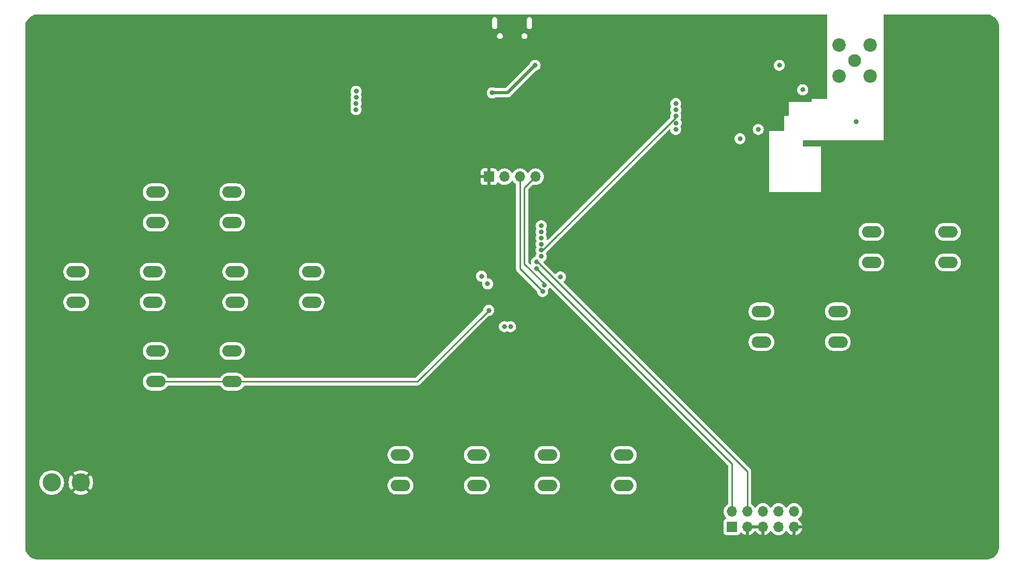
<source format=gbr>
%TF.GenerationSoftware,KiCad,Pcbnew,8.0.2*%
%TF.CreationDate,2024-06-07T13:42:10-07:00*%
%TF.ProjectId,STM_RF_PCB,53544d5f-5246-45f5-9043-422e6b696361,rev?*%
%TF.SameCoordinates,Original*%
%TF.FileFunction,Copper,L4,Bot*%
%TF.FilePolarity,Positive*%
%FSLAX46Y46*%
G04 Gerber Fmt 4.6, Leading zero omitted, Abs format (unit mm)*
G04 Created by KiCad (PCBNEW 8.0.2) date 2024-06-07 13:42:10*
%MOMM*%
%LPD*%
G01*
G04 APERTURE LIST*
%TA.AperFunction,ComponentPad*%
%ADD10C,3.000000*%
%TD*%
%TA.AperFunction,ComponentPad*%
%ADD11O,3.200000X1.900000*%
%TD*%
%TA.AperFunction,ComponentPad*%
%ADD12R,1.700000X1.700000*%
%TD*%
%TA.AperFunction,ComponentPad*%
%ADD13O,1.700000X1.700000*%
%TD*%
%TA.AperFunction,ComponentPad*%
%ADD14C,2.100000*%
%TD*%
%TA.AperFunction,ComponentPad*%
%ADD15C,2.200000*%
%TD*%
%TA.AperFunction,ViaPad*%
%ADD16C,0.800000*%
%TD*%
%TA.AperFunction,Conductor*%
%ADD17C,0.250000*%
%TD*%
%TA.AperFunction,Conductor*%
%ADD18C,0.500000*%
%TD*%
G04 APERTURE END LIST*
D10*
%TO.P,GND,1*%
%TO.N,GND*%
X78000000Y-137000000D03*
%TD*%
%TO.P,3v3,1*%
%TO.N,+3V3*%
X73250000Y-137000000D03*
%TD*%
D11*
%TO.P,SW5,1,1*%
%TO.N,+3V3*%
X189250000Y-109000000D03*
X201750000Y-109000000D03*
%TO.P,SW5,2,2*%
%TO.N,Button_A*%
X189250000Y-114000000D03*
X201750000Y-114000000D03*
%TD*%
D12*
%TO.P,J3,1,Pin_1*%
%TO.N,+3V3*%
X184425000Y-144275000D03*
D13*
%TO.P,J3,2,Pin_2*%
%TO.N,SWDIO*%
X184425000Y-141735000D03*
%TO.P,J3,3,Pin_3*%
%TO.N,GND*%
X186965000Y-144275000D03*
%TO.P,J3,4,Pin_4*%
%TO.N,SWCLK*%
X186965000Y-141735000D03*
%TO.P,J3,5,Pin_5*%
%TO.N,GND*%
X189505000Y-144275000D03*
%TO.P,J3,6,Pin_6*%
%TO.N,unconnected-(J3-Pin_6-Pad6)*%
X189505000Y-141735000D03*
%TO.P,J3,7,Pin_7*%
%TO.N,unconnected-(J3-Pin_7-Pad7)*%
X192045000Y-144275000D03*
%TO.P,J3,8,Pin_8*%
%TO.N,unconnected-(J3-Pin_8-Pad8)*%
X192045000Y-141735000D03*
%TO.P,J3,9,Pin_9*%
%TO.N,GND*%
X194585000Y-144275000D03*
%TO.P,J3,10,Pin_10*%
%TO.N,NRST*%
X194585000Y-141735000D03*
%TD*%
D11*
%TO.P,SW3,1,1*%
%TO.N,+3V3*%
X90250000Y-115500000D03*
X102750000Y-115500000D03*
%TO.P,SW3,2,2*%
%TO.N,Button_DN*%
X90250000Y-120500000D03*
X102750000Y-120500000D03*
%TD*%
%TO.P,SW8,1,1*%
%TO.N,+3V3*%
X154250000Y-132500000D03*
X166750000Y-132500000D03*
%TO.P,SW8,2,2*%
%TO.N,Button_START*%
X154250000Y-137500000D03*
X166750000Y-137500000D03*
%TD*%
%TO.P,SW1,1,1*%
%TO.N,+3V3*%
X90250000Y-89500000D03*
X102750000Y-89500000D03*
%TO.P,SW1,2,2*%
%TO.N,Button_UP*%
X90250000Y-94500000D03*
X102750000Y-94500000D03*
%TD*%
%TO.P,SW6,1,1*%
%TO.N,+3V3*%
X207250000Y-96000000D03*
X219750000Y-96000000D03*
%TO.P,SW6,2,2*%
%TO.N,Button_B*%
X207250000Y-101000000D03*
X219750000Y-101000000D03*
%TD*%
%TO.P,SW4,1,1*%
%TO.N,+3V3*%
X103250000Y-102500000D03*
X115750000Y-102500000D03*
%TO.P,SW4,2,2*%
%TO.N,Button_RT*%
X103250000Y-107500000D03*
X115750000Y-107500000D03*
%TD*%
%TO.P,SW2,1,1*%
%TO.N,+3V3*%
X77250000Y-102500000D03*
X89750000Y-102500000D03*
%TO.P,SW2,2,2*%
%TO.N,Button_LF*%
X77250000Y-107500000D03*
X89750000Y-107500000D03*
%TD*%
D14*
%TO.P,J1,1,In*%
%TO.N,Net-(J1-In)*%
X204500000Y-68000000D03*
D15*
%TO.P,J1,2,Ext*%
%TO.N,GND*%
X201960000Y-65460000D03*
X201960000Y-70540000D03*
X207040000Y-65460000D03*
X207040000Y-70540000D03*
%TD*%
D12*
%TO.P,J4,1,Pin_1*%
%TO.N,GND*%
X144700000Y-86975000D03*
D13*
%TO.P,J4,2,Pin_2*%
%TO.N,+3V3*%
X147240000Y-86975000D03*
%TO.P,J4,3,Pin_3*%
%TO.N,I2C1_SCL*%
X149780000Y-86975000D03*
%TO.P,J4,4,Pin_4*%
%TO.N,I2C1_SDA*%
X152320000Y-86975000D03*
%TD*%
D11*
%TO.P,SW7,1,1*%
%TO.N,+3V3*%
X130250000Y-132500000D03*
X142750000Y-132500000D03*
%TO.P,SW7,2,2*%
%TO.N,Button_SELECT*%
X130250000Y-137500000D03*
X142750000Y-137500000D03*
%TD*%
D16*
%TO.N,GND*%
X198250000Y-73500000D03*
X204750000Y-78000000D03*
X127000000Y-70000000D03*
%TO.N,+3V3*%
X123000000Y-73000000D03*
X122975000Y-76000000D03*
X123000000Y-74000000D03*
%TO.N,GND*%
X138500000Y-92500000D03*
X159000000Y-119500000D03*
X141500000Y-119500000D03*
X202000000Y-85000000D03*
X184000000Y-70000000D03*
X147500000Y-106000000D03*
X147500000Y-104000000D03*
X149500000Y-104000000D03*
X154250000Y-66500000D03*
X148500000Y-105000000D03*
X143000000Y-66500000D03*
X149500000Y-106000000D03*
%TO.N,+3V3*%
X122975000Y-74975000D03*
X188737347Y-79237347D03*
X192187500Y-68750000D03*
X196000000Y-72750000D03*
X156387653Y-103362347D03*
X143500000Y-103250000D03*
%TO.N,NRST*%
X144500000Y-104500000D03*
%TO.N,+5V*%
X152250000Y-68750000D03*
X145250000Y-73250000D03*
%TO.N,SWDIO*%
X152500000Y-102000000D03*
%TO.N,SWCLK*%
X152487730Y-100912577D03*
%TO.N,I2C1_SCL*%
X153500000Y-105750000D03*
%TO.N,I2C1_SDA*%
X153750000Y-104750000D03*
%TO.N,Button_DN*%
X144675000Y-108825000D03*
%TO.N,Button_A*%
X147250000Y-111500000D03*
%TO.N,Button_B*%
X148250000Y-111500000D03*
%TO.N,SPI_MISO*%
X175250000Y-79250000D03*
X153250000Y-97999997D03*
%TO.N,NRF_CE*%
X153254505Y-94987491D03*
X175250000Y-75000000D03*
%TO.N,SPI_CS*%
X175262653Y-76012653D03*
X153237347Y-95987347D03*
%TO.N,SPI_SCK*%
X153250000Y-99000000D03*
X175256286Y-77019020D03*
%TO.N,SPI_MOSI*%
X153250000Y-97000000D03*
X175317270Y-78208036D03*
%TO.N,NRF_IRQ*%
X185750000Y-80750000D03*
X153250000Y-100000000D03*
%TD*%
D17*
%TO.N,SWCLK*%
X186965000Y-135215001D02*
X186965000Y-141735000D01*
X152662576Y-100912577D02*
X186965000Y-135215001D01*
X152487730Y-100912577D02*
X152662576Y-100912577D01*
%TO.N,SWDIO*%
X152500000Y-102000000D02*
X184425000Y-133925000D01*
X184425000Y-133925000D02*
X184425000Y-141735000D01*
D18*
%TO.N,+5V*%
X152250000Y-68750000D02*
X147750000Y-73250000D01*
X147750000Y-73250000D02*
X145250000Y-73250000D01*
D17*
%TO.N,I2C1_SCL*%
X149780000Y-102030000D02*
X149780000Y-86975000D01*
X153500000Y-105750000D02*
X149780000Y-102030000D01*
%TO.N,I2C1_SDA*%
X150500000Y-101250000D02*
X150500000Y-88795000D01*
X153750000Y-104500000D02*
X150500000Y-101250000D01*
X150500000Y-88795000D02*
X152320000Y-86975000D01*
X153750000Y-104750000D02*
X153750000Y-104500000D01*
%TO.N,Button_DN*%
X133000000Y-120500000D02*
X102750000Y-120500000D01*
X90250000Y-120500000D02*
X102750000Y-120500000D01*
X144675000Y-108825000D02*
X133000000Y-120500000D01*
%TO.N,Button_A*%
X147250000Y-111500000D02*
X147250000Y-111525305D01*
%TO.N,SPI_SCK*%
X175256286Y-77019020D02*
X175256286Y-77243714D01*
X153500000Y-99000000D02*
X153250000Y-99000000D01*
X175256286Y-77243714D02*
X153500000Y-99000000D01*
%TD*%
%TA.AperFunction,Conductor*%
%TO.N,GND*%
G36*
X189039075Y-144082007D02*
G01*
X189005000Y-144209174D01*
X189005000Y-144340826D01*
X189039075Y-144467993D01*
X189071988Y-144525000D01*
X187398012Y-144525000D01*
X187430925Y-144467993D01*
X187465000Y-144340826D01*
X187465000Y-144209174D01*
X187430925Y-144082007D01*
X187398012Y-144025000D01*
X189071988Y-144025000D01*
X189039075Y-144082007D01*
G37*
%TD.AperFunction*%
%TA.AperFunction,Conductor*%
G36*
X199943039Y-60420185D02*
G01*
X199988794Y-60472989D01*
X200000000Y-60524500D01*
X200000000Y-74126000D01*
X199980315Y-74193039D01*
X199927511Y-74238794D01*
X199876000Y-74250000D01*
X197500000Y-74250000D01*
X197500000Y-74626000D01*
X197480315Y-74693039D01*
X197427511Y-74738794D01*
X197376000Y-74750000D01*
X193750000Y-74750000D01*
X193750000Y-76876000D01*
X193730315Y-76943039D01*
X193677511Y-76988794D01*
X193626000Y-77000000D01*
X193000000Y-77000000D01*
X193000000Y-79376000D01*
X192980315Y-79443039D01*
X192927511Y-79488794D01*
X192876000Y-79500000D01*
X190500000Y-79500000D01*
X190500000Y-89500000D01*
X199000000Y-89500000D01*
X199000000Y-82000000D01*
X196124000Y-82000000D01*
X196056961Y-81980315D01*
X196011206Y-81927511D01*
X196000000Y-81876000D01*
X196000000Y-81124000D01*
X196019685Y-81056961D01*
X196072489Y-81011206D01*
X196124000Y-81000000D01*
X209250000Y-81000000D01*
X209250000Y-60524500D01*
X209269685Y-60457461D01*
X209322489Y-60411706D01*
X209374000Y-60400500D01*
X225942417Y-60400500D01*
X225995948Y-60400500D01*
X226004028Y-60400764D01*
X226265949Y-60417931D01*
X226282005Y-60420046D01*
X226535426Y-60470454D01*
X226551077Y-60474648D01*
X226795752Y-60557704D01*
X226810729Y-60563907D01*
X226956327Y-60635708D01*
X227042460Y-60678185D01*
X227056506Y-60686295D01*
X227271336Y-60829839D01*
X227284202Y-60839710D01*
X227322728Y-60873497D01*
X227478460Y-61010070D01*
X227489929Y-61021539D01*
X227596307Y-61142840D01*
X227658698Y-61213984D01*
X227660286Y-61215794D01*
X227670160Y-61228663D01*
X227813704Y-61443493D01*
X227821814Y-61457539D01*
X227936091Y-61689269D01*
X227942298Y-61704254D01*
X228025348Y-61948911D01*
X228029546Y-61964579D01*
X228079952Y-62217989D01*
X228082069Y-62234070D01*
X228099234Y-62495941D01*
X228099500Y-62504051D01*
X228099500Y-147495948D01*
X228099234Y-147504058D01*
X228082069Y-147765929D01*
X228079952Y-147782010D01*
X228029546Y-148035420D01*
X228025348Y-148051088D01*
X227942298Y-148295745D01*
X227936091Y-148310730D01*
X227821814Y-148542460D01*
X227813704Y-148556506D01*
X227670160Y-148771336D01*
X227660286Y-148784205D01*
X227489929Y-148978460D01*
X227478460Y-148989929D01*
X227284205Y-149160286D01*
X227271336Y-149170160D01*
X227056506Y-149313704D01*
X227042460Y-149321814D01*
X226810730Y-149436091D01*
X226795745Y-149442298D01*
X226551088Y-149525348D01*
X226535420Y-149529546D01*
X226282010Y-149579952D01*
X226265929Y-149582069D01*
X226004058Y-149599234D01*
X225995948Y-149599500D01*
X71004052Y-149599500D01*
X70995942Y-149599234D01*
X70734070Y-149582069D01*
X70717989Y-149579952D01*
X70464579Y-149529546D01*
X70448911Y-149525348D01*
X70204254Y-149442298D01*
X70189269Y-149436091D01*
X69957539Y-149321814D01*
X69943493Y-149313704D01*
X69728663Y-149170160D01*
X69715794Y-149160286D01*
X69521539Y-148989929D01*
X69510070Y-148978460D01*
X69339713Y-148784205D01*
X69329839Y-148771336D01*
X69186295Y-148556506D01*
X69178185Y-148542460D01*
X69063908Y-148310730D01*
X69057704Y-148295752D01*
X68974648Y-148051077D01*
X68970453Y-148035420D01*
X68920047Y-147782010D01*
X68917931Y-147765949D01*
X68900764Y-147504028D01*
X68900500Y-147495948D01*
X68900500Y-136999998D01*
X71244390Y-136999998D01*
X71244390Y-137000001D01*
X71264804Y-137285433D01*
X71325628Y-137565037D01*
X71325630Y-137565043D01*
X71325631Y-137565046D01*
X71404593Y-137776751D01*
X71425635Y-137833166D01*
X71562770Y-138084309D01*
X71562775Y-138084317D01*
X71734254Y-138313387D01*
X71734270Y-138313405D01*
X71936594Y-138515729D01*
X71936612Y-138515745D01*
X72165682Y-138687224D01*
X72165690Y-138687229D01*
X72416833Y-138824364D01*
X72416832Y-138824364D01*
X72416836Y-138824365D01*
X72416839Y-138824367D01*
X72684954Y-138924369D01*
X72684960Y-138924370D01*
X72684962Y-138924371D01*
X72964566Y-138985195D01*
X72964568Y-138985195D01*
X72964572Y-138985196D01*
X73218220Y-139003337D01*
X73249999Y-139005610D01*
X73250000Y-139005610D01*
X73250001Y-139005610D01*
X73278595Y-139003564D01*
X73535428Y-138985196D01*
X73694924Y-138950500D01*
X73815037Y-138924371D01*
X73815037Y-138924370D01*
X73815046Y-138924369D01*
X74083161Y-138824367D01*
X74334315Y-138687226D01*
X74563395Y-138515739D01*
X74765739Y-138313395D01*
X74937226Y-138084315D01*
X75074367Y-137833161D01*
X75174369Y-137565046D01*
X75235196Y-137285428D01*
X75255610Y-137000000D01*
X75255610Y-136999998D01*
X75994891Y-136999998D01*
X75994891Y-137000001D01*
X76015300Y-137285362D01*
X76076109Y-137564895D01*
X76176091Y-137832958D01*
X76313191Y-138084038D01*
X76313196Y-138084046D01*
X76419882Y-138226561D01*
X76419883Y-138226562D01*
X77137425Y-137509019D01*
X77223249Y-137637463D01*
X77362537Y-137776751D01*
X77490978Y-137862573D01*
X76773436Y-138580115D01*
X76915960Y-138686807D01*
X76915961Y-138686808D01*
X77167042Y-138823908D01*
X77167041Y-138823908D01*
X77435104Y-138923890D01*
X77714637Y-138984699D01*
X77999999Y-139005109D01*
X78000001Y-139005109D01*
X78285362Y-138984699D01*
X78564895Y-138923890D01*
X78832958Y-138823908D01*
X79084047Y-138686803D01*
X79226561Y-138580116D01*
X79226562Y-138580115D01*
X78509021Y-137862573D01*
X78637463Y-137776751D01*
X78776751Y-137637463D01*
X78862573Y-137509020D01*
X79580115Y-138226562D01*
X79580116Y-138226561D01*
X79686803Y-138084047D01*
X79823908Y-137832958D01*
X79923890Y-137564895D01*
X79962842Y-137385837D01*
X128149500Y-137385837D01*
X128149500Y-137614162D01*
X128185215Y-137839660D01*
X128255770Y-138056803D01*
X128342267Y-138226561D01*
X128359421Y-138260228D01*
X128493621Y-138444937D01*
X128655063Y-138606379D01*
X128839772Y-138740579D01*
X128935884Y-138789550D01*
X129043196Y-138844229D01*
X129043198Y-138844229D01*
X129043201Y-138844231D01*
X129159592Y-138882049D01*
X129260339Y-138914784D01*
X129485838Y-138950500D01*
X129485843Y-138950500D01*
X131014162Y-138950500D01*
X131239660Y-138914784D01*
X131456799Y-138844231D01*
X131660228Y-138740579D01*
X131844937Y-138606379D01*
X132006379Y-138444937D01*
X132140579Y-138260228D01*
X132244231Y-138056799D01*
X132314784Y-137839660D01*
X132315813Y-137833161D01*
X132350500Y-137614162D01*
X132350500Y-137385837D01*
X140649500Y-137385837D01*
X140649500Y-137614162D01*
X140685215Y-137839660D01*
X140755770Y-138056803D01*
X140842267Y-138226561D01*
X140859421Y-138260228D01*
X140993621Y-138444937D01*
X141155063Y-138606379D01*
X141339772Y-138740579D01*
X141435884Y-138789550D01*
X141543196Y-138844229D01*
X141543198Y-138844229D01*
X141543201Y-138844231D01*
X141659592Y-138882049D01*
X141760339Y-138914784D01*
X141985838Y-138950500D01*
X141985843Y-138950500D01*
X143514162Y-138950500D01*
X143739660Y-138914784D01*
X143956799Y-138844231D01*
X144160228Y-138740579D01*
X144344937Y-138606379D01*
X144506379Y-138444937D01*
X144640579Y-138260228D01*
X144744231Y-138056799D01*
X144814784Y-137839660D01*
X144815813Y-137833161D01*
X144850500Y-137614162D01*
X144850500Y-137385837D01*
X152149500Y-137385837D01*
X152149500Y-137614162D01*
X152185215Y-137839660D01*
X152255770Y-138056803D01*
X152342267Y-138226561D01*
X152359421Y-138260228D01*
X152493621Y-138444937D01*
X152655063Y-138606379D01*
X152839772Y-138740579D01*
X152935884Y-138789550D01*
X153043196Y-138844229D01*
X153043198Y-138844229D01*
X153043201Y-138844231D01*
X153159592Y-138882049D01*
X153260339Y-138914784D01*
X153485838Y-138950500D01*
X153485843Y-138950500D01*
X155014162Y-138950500D01*
X155239660Y-138914784D01*
X155456799Y-138844231D01*
X155660228Y-138740579D01*
X155844937Y-138606379D01*
X156006379Y-138444937D01*
X156140579Y-138260228D01*
X156244231Y-138056799D01*
X156314784Y-137839660D01*
X156315813Y-137833161D01*
X156350500Y-137614162D01*
X156350500Y-137385837D01*
X164649500Y-137385837D01*
X164649500Y-137614162D01*
X164685215Y-137839660D01*
X164755770Y-138056803D01*
X164842267Y-138226561D01*
X164859421Y-138260228D01*
X164993621Y-138444937D01*
X165155063Y-138606379D01*
X165339772Y-138740579D01*
X165435884Y-138789550D01*
X165543196Y-138844229D01*
X165543198Y-138844229D01*
X165543201Y-138844231D01*
X165659592Y-138882049D01*
X165760339Y-138914784D01*
X165985838Y-138950500D01*
X165985843Y-138950500D01*
X167514162Y-138950500D01*
X167739660Y-138914784D01*
X167956799Y-138844231D01*
X168160228Y-138740579D01*
X168344937Y-138606379D01*
X168506379Y-138444937D01*
X168640579Y-138260228D01*
X168744231Y-138056799D01*
X168814784Y-137839660D01*
X168815813Y-137833161D01*
X168850500Y-137614162D01*
X168850500Y-137385837D01*
X168814784Y-137160339D01*
X168782049Y-137059592D01*
X168744231Y-136943201D01*
X168744229Y-136943198D01*
X168744229Y-136943196D01*
X168640578Y-136739771D01*
X168622270Y-136714572D01*
X168506379Y-136555063D01*
X168344937Y-136393621D01*
X168160228Y-136259421D01*
X167956803Y-136155770D01*
X167739660Y-136085215D01*
X167514162Y-136049500D01*
X167514157Y-136049500D01*
X165985843Y-136049500D01*
X165985838Y-136049500D01*
X165760339Y-136085215D01*
X165543196Y-136155770D01*
X165339771Y-136259421D01*
X165155061Y-136393622D01*
X164993622Y-136555061D01*
X164859421Y-136739771D01*
X164755770Y-136943196D01*
X164685215Y-137160339D01*
X164649500Y-137385837D01*
X156350500Y-137385837D01*
X156314784Y-137160339D01*
X156282049Y-137059592D01*
X156244231Y-136943201D01*
X156244229Y-136943198D01*
X156244229Y-136943196D01*
X156140578Y-136739771D01*
X156122270Y-136714572D01*
X156006379Y-136555063D01*
X155844937Y-136393621D01*
X155660228Y-136259421D01*
X155456803Y-136155770D01*
X155239660Y-136085215D01*
X155014162Y-136049500D01*
X155014157Y-136049500D01*
X153485843Y-136049500D01*
X153485838Y-136049500D01*
X153260339Y-136085215D01*
X153043196Y-136155770D01*
X152839771Y-136259421D01*
X152655061Y-136393622D01*
X152493622Y-136555061D01*
X152359421Y-136739771D01*
X152255770Y-136943196D01*
X152185215Y-137160339D01*
X152149500Y-137385837D01*
X144850500Y-137385837D01*
X144814784Y-137160339D01*
X144782049Y-137059592D01*
X144744231Y-136943201D01*
X144744229Y-136943198D01*
X144744229Y-136943196D01*
X144640578Y-136739771D01*
X144622270Y-136714572D01*
X144506379Y-136555063D01*
X144344937Y-136393621D01*
X144160228Y-136259421D01*
X143956803Y-136155770D01*
X143739660Y-136085215D01*
X143514162Y-136049500D01*
X143514157Y-136049500D01*
X141985843Y-136049500D01*
X141985838Y-136049500D01*
X141760339Y-136085215D01*
X141543196Y-136155770D01*
X141339771Y-136259421D01*
X141155061Y-136393622D01*
X140993622Y-136555061D01*
X140859421Y-136739771D01*
X140755770Y-136943196D01*
X140685215Y-137160339D01*
X140649500Y-137385837D01*
X132350500Y-137385837D01*
X132314784Y-137160339D01*
X132282049Y-137059592D01*
X132244231Y-136943201D01*
X132244229Y-136943198D01*
X132244229Y-136943196D01*
X132140578Y-136739771D01*
X132122270Y-136714572D01*
X132006379Y-136555063D01*
X131844937Y-136393621D01*
X131660228Y-136259421D01*
X131456803Y-136155770D01*
X131239660Y-136085215D01*
X131014162Y-136049500D01*
X131014157Y-136049500D01*
X129485843Y-136049500D01*
X129485838Y-136049500D01*
X129260339Y-136085215D01*
X129043196Y-136155770D01*
X128839771Y-136259421D01*
X128655061Y-136393622D01*
X128493622Y-136555061D01*
X128359421Y-136739771D01*
X128255770Y-136943196D01*
X128185215Y-137160339D01*
X128149500Y-137385837D01*
X79962842Y-137385837D01*
X79984699Y-137285362D01*
X80005109Y-137000001D01*
X80005109Y-136999998D01*
X79984699Y-136714637D01*
X79923890Y-136435104D01*
X79823908Y-136167041D01*
X79686808Y-135915961D01*
X79686807Y-135915960D01*
X79580115Y-135773436D01*
X78862573Y-136490978D01*
X78776751Y-136362537D01*
X78637463Y-136223249D01*
X78509020Y-136137425D01*
X79226562Y-135419883D01*
X79226561Y-135419882D01*
X79084046Y-135313196D01*
X79084038Y-135313191D01*
X78832957Y-135176091D01*
X78832958Y-135176091D01*
X78564895Y-135076109D01*
X78285362Y-135015300D01*
X78000001Y-134994891D01*
X77999999Y-134994891D01*
X77714637Y-135015300D01*
X77435104Y-135076109D01*
X77167041Y-135176091D01*
X76915961Y-135313191D01*
X76915953Y-135313196D01*
X76773437Y-135419882D01*
X76773436Y-135419883D01*
X77490979Y-136137426D01*
X77362537Y-136223249D01*
X77223249Y-136362537D01*
X77137426Y-136490979D01*
X76419883Y-135773436D01*
X76419882Y-135773437D01*
X76313196Y-135915953D01*
X76313191Y-135915961D01*
X76176091Y-136167041D01*
X76076109Y-136435104D01*
X76015300Y-136714637D01*
X75994891Y-136999998D01*
X75255610Y-136999998D01*
X75235196Y-136714572D01*
X75174369Y-136434954D01*
X75074367Y-136166839D01*
X75068322Y-136155769D01*
X74937229Y-135915690D01*
X74937224Y-135915682D01*
X74765745Y-135686612D01*
X74765729Y-135686594D01*
X74563405Y-135484270D01*
X74563387Y-135484254D01*
X74334317Y-135312775D01*
X74334309Y-135312770D01*
X74083166Y-135175635D01*
X74083167Y-135175635D01*
X73975915Y-135135632D01*
X73815046Y-135075631D01*
X73815043Y-135075630D01*
X73815037Y-135075628D01*
X73535433Y-135014804D01*
X73250001Y-134994390D01*
X73249999Y-134994390D01*
X72964566Y-135014804D01*
X72684962Y-135075628D01*
X72416833Y-135175635D01*
X72165690Y-135312770D01*
X72165682Y-135312775D01*
X71936612Y-135484254D01*
X71936594Y-135484270D01*
X71734270Y-135686594D01*
X71734254Y-135686612D01*
X71562775Y-135915682D01*
X71562770Y-135915690D01*
X71425635Y-136166833D01*
X71325628Y-136434962D01*
X71264804Y-136714566D01*
X71244390Y-136999998D01*
X68900500Y-136999998D01*
X68900500Y-132385837D01*
X128149500Y-132385837D01*
X128149500Y-132614162D01*
X128185215Y-132839660D01*
X128255770Y-133056803D01*
X128359421Y-133260228D01*
X128493621Y-133444937D01*
X128655063Y-133606379D01*
X128839772Y-133740579D01*
X128935884Y-133789550D01*
X129043196Y-133844229D01*
X129043198Y-133844229D01*
X129043201Y-133844231D01*
X129159592Y-133882049D01*
X129260339Y-133914784D01*
X129485838Y-133950500D01*
X129485843Y-133950500D01*
X131014162Y-133950500D01*
X131239660Y-133914784D01*
X131456799Y-133844231D01*
X131660228Y-133740579D01*
X131844937Y-133606379D01*
X132006379Y-133444937D01*
X132140579Y-133260228D01*
X132244231Y-133056799D01*
X132314784Y-132839660D01*
X132350500Y-132614162D01*
X132350500Y-132385837D01*
X140649500Y-132385837D01*
X140649500Y-132614162D01*
X140685215Y-132839660D01*
X140755770Y-133056803D01*
X140859421Y-133260228D01*
X140993621Y-133444937D01*
X141155063Y-133606379D01*
X141339772Y-133740579D01*
X141435884Y-133789550D01*
X141543196Y-133844229D01*
X141543198Y-133844229D01*
X141543201Y-133844231D01*
X141659592Y-133882049D01*
X141760339Y-133914784D01*
X141985838Y-133950500D01*
X141985843Y-133950500D01*
X143514162Y-133950500D01*
X143739660Y-133914784D01*
X143956799Y-133844231D01*
X144160228Y-133740579D01*
X144344937Y-133606379D01*
X144506379Y-133444937D01*
X144640579Y-133260228D01*
X144744231Y-133056799D01*
X144814784Y-132839660D01*
X144850500Y-132614162D01*
X144850500Y-132385837D01*
X152149500Y-132385837D01*
X152149500Y-132614162D01*
X152185215Y-132839660D01*
X152255770Y-133056803D01*
X152359421Y-133260228D01*
X152493621Y-133444937D01*
X152655063Y-133606379D01*
X152839772Y-133740579D01*
X152935884Y-133789550D01*
X153043196Y-133844229D01*
X153043198Y-133844229D01*
X153043201Y-133844231D01*
X153159592Y-133882049D01*
X153260339Y-133914784D01*
X153485838Y-133950500D01*
X153485843Y-133950500D01*
X155014162Y-133950500D01*
X155239660Y-133914784D01*
X155456799Y-133844231D01*
X155660228Y-133740579D01*
X155844937Y-133606379D01*
X156006379Y-133444937D01*
X156140579Y-133260228D01*
X156244231Y-133056799D01*
X156314784Y-132839660D01*
X156350500Y-132614162D01*
X156350500Y-132385837D01*
X164649500Y-132385837D01*
X164649500Y-132614162D01*
X164685215Y-132839660D01*
X164755770Y-133056803D01*
X164859421Y-133260228D01*
X164993621Y-133444937D01*
X165155063Y-133606379D01*
X165339772Y-133740579D01*
X165435884Y-133789550D01*
X165543196Y-133844229D01*
X165543198Y-133844229D01*
X165543201Y-133844231D01*
X165659592Y-133882049D01*
X165760339Y-133914784D01*
X165985838Y-133950500D01*
X165985843Y-133950500D01*
X167514162Y-133950500D01*
X167739660Y-133914784D01*
X167956799Y-133844231D01*
X168160228Y-133740579D01*
X168344937Y-133606379D01*
X168506379Y-133444937D01*
X168640579Y-133260228D01*
X168744231Y-133056799D01*
X168814784Y-132839660D01*
X168850500Y-132614162D01*
X168850500Y-132385837D01*
X168814784Y-132160339D01*
X168744229Y-131943196D01*
X168640578Y-131739771D01*
X168506379Y-131555063D01*
X168344937Y-131393621D01*
X168160228Y-131259421D01*
X167956803Y-131155770D01*
X167739660Y-131085215D01*
X167514162Y-131049500D01*
X167514157Y-131049500D01*
X165985843Y-131049500D01*
X165985838Y-131049500D01*
X165760339Y-131085215D01*
X165543196Y-131155770D01*
X165339771Y-131259421D01*
X165155061Y-131393622D01*
X164993622Y-131555061D01*
X164859421Y-131739771D01*
X164755770Y-131943196D01*
X164685215Y-132160339D01*
X164649500Y-132385837D01*
X156350500Y-132385837D01*
X156314784Y-132160339D01*
X156244229Y-131943196D01*
X156140578Y-131739771D01*
X156006379Y-131555063D01*
X155844937Y-131393621D01*
X155660228Y-131259421D01*
X155456803Y-131155770D01*
X155239660Y-131085215D01*
X155014162Y-131049500D01*
X155014157Y-131049500D01*
X153485843Y-131049500D01*
X153485838Y-131049500D01*
X153260339Y-131085215D01*
X153043196Y-131155770D01*
X152839771Y-131259421D01*
X152655061Y-131393622D01*
X152493622Y-131555061D01*
X152359421Y-131739771D01*
X152255770Y-131943196D01*
X152185215Y-132160339D01*
X152149500Y-132385837D01*
X144850500Y-132385837D01*
X144814784Y-132160339D01*
X144744229Y-131943196D01*
X144640578Y-131739771D01*
X144506379Y-131555063D01*
X144344937Y-131393621D01*
X144160228Y-131259421D01*
X143956803Y-131155770D01*
X143739660Y-131085215D01*
X143514162Y-131049500D01*
X143514157Y-131049500D01*
X141985843Y-131049500D01*
X141985838Y-131049500D01*
X141760339Y-131085215D01*
X141543196Y-131155770D01*
X141339771Y-131259421D01*
X141155061Y-131393622D01*
X140993622Y-131555061D01*
X140859421Y-131739771D01*
X140755770Y-131943196D01*
X140685215Y-132160339D01*
X140649500Y-132385837D01*
X132350500Y-132385837D01*
X132314784Y-132160339D01*
X132244229Y-131943196D01*
X132140578Y-131739771D01*
X132006379Y-131555063D01*
X131844937Y-131393621D01*
X131660228Y-131259421D01*
X131456803Y-131155770D01*
X131239660Y-131085215D01*
X131014162Y-131049500D01*
X131014157Y-131049500D01*
X129485843Y-131049500D01*
X129485838Y-131049500D01*
X129260339Y-131085215D01*
X129043196Y-131155770D01*
X128839771Y-131259421D01*
X128655061Y-131393622D01*
X128493622Y-131555061D01*
X128359421Y-131739771D01*
X128255770Y-131943196D01*
X128185215Y-132160339D01*
X128149500Y-132385837D01*
X68900500Y-132385837D01*
X68900500Y-120385837D01*
X88149500Y-120385837D01*
X88149500Y-120614162D01*
X88185215Y-120839660D01*
X88255770Y-121056803D01*
X88325271Y-121193205D01*
X88359421Y-121260228D01*
X88493621Y-121444937D01*
X88655063Y-121606379D01*
X88839772Y-121740579D01*
X88935884Y-121789550D01*
X89043196Y-121844229D01*
X89043198Y-121844229D01*
X89043201Y-121844231D01*
X89159592Y-121882049D01*
X89260339Y-121914784D01*
X89485838Y-121950500D01*
X89485843Y-121950500D01*
X91014162Y-121950500D01*
X91239660Y-121914784D01*
X91456799Y-121844231D01*
X91660228Y-121740579D01*
X91844937Y-121606379D01*
X92006379Y-121444937D01*
X92140579Y-121260228D01*
X92174729Y-121193205D01*
X92222704Y-121142409D01*
X92285214Y-121125500D01*
X100714786Y-121125500D01*
X100781825Y-121145185D01*
X100825271Y-121193205D01*
X100859421Y-121260228D01*
X100993621Y-121444937D01*
X101155063Y-121606379D01*
X101339772Y-121740579D01*
X101435884Y-121789550D01*
X101543196Y-121844229D01*
X101543198Y-121844229D01*
X101543201Y-121844231D01*
X101659592Y-121882049D01*
X101760339Y-121914784D01*
X101985838Y-121950500D01*
X101985843Y-121950500D01*
X103514162Y-121950500D01*
X103739660Y-121914784D01*
X103956799Y-121844231D01*
X104160228Y-121740579D01*
X104344937Y-121606379D01*
X104506379Y-121444937D01*
X104640579Y-121260228D01*
X104674729Y-121193205D01*
X104722704Y-121142409D01*
X104785214Y-121125500D01*
X133061607Y-121125500D01*
X133122029Y-121113481D01*
X133182452Y-121101463D01*
X133182455Y-121101461D01*
X133182458Y-121101461D01*
X133215787Y-121087654D01*
X133215786Y-121087654D01*
X133215792Y-121087652D01*
X133296286Y-121054312D01*
X133347509Y-121020084D01*
X133398733Y-120985858D01*
X133485858Y-120898733D01*
X133485858Y-120898731D01*
X133496066Y-120888524D01*
X133496067Y-120888521D01*
X142884591Y-111500000D01*
X146344540Y-111500000D01*
X146364326Y-111688256D01*
X146364327Y-111688259D01*
X146422818Y-111868277D01*
X146422821Y-111868284D01*
X146517467Y-112032216D01*
X146644129Y-112172888D01*
X146797265Y-112284148D01*
X146797270Y-112284151D01*
X146970192Y-112361142D01*
X146970197Y-112361144D01*
X147155354Y-112400500D01*
X147155355Y-112400500D01*
X147344644Y-112400500D01*
X147344646Y-112400500D01*
X147529803Y-112361144D01*
X147699566Y-112285559D01*
X147768813Y-112276275D01*
X147800430Y-112285557D01*
X147970197Y-112361144D01*
X148155354Y-112400500D01*
X148155355Y-112400500D01*
X148344644Y-112400500D01*
X148344646Y-112400500D01*
X148529803Y-112361144D01*
X148702730Y-112284151D01*
X148855871Y-112172888D01*
X148982533Y-112032216D01*
X149077179Y-111868284D01*
X149135674Y-111688256D01*
X149155460Y-111500000D01*
X149135674Y-111311744D01*
X149077179Y-111131716D01*
X148982533Y-110967784D01*
X148855871Y-110827112D01*
X148855870Y-110827111D01*
X148702734Y-110715851D01*
X148702729Y-110715848D01*
X148529807Y-110638857D01*
X148529802Y-110638855D01*
X148384001Y-110607865D01*
X148344646Y-110599500D01*
X148155354Y-110599500D01*
X148122897Y-110606398D01*
X147970197Y-110638855D01*
X147970192Y-110638857D01*
X147800436Y-110714439D01*
X147731186Y-110723724D01*
X147699564Y-110714439D01*
X147529807Y-110638857D01*
X147529802Y-110638855D01*
X147384001Y-110607865D01*
X147344646Y-110599500D01*
X147155354Y-110599500D01*
X147122897Y-110606398D01*
X146970197Y-110638855D01*
X146970192Y-110638857D01*
X146797270Y-110715848D01*
X146797265Y-110715851D01*
X146644129Y-110827111D01*
X146517466Y-110967785D01*
X146422821Y-111131715D01*
X146422818Y-111131722D01*
X146364327Y-111311740D01*
X146364326Y-111311744D01*
X146344540Y-111500000D01*
X142884591Y-111500000D01*
X144622772Y-109761819D01*
X144684095Y-109728334D01*
X144710453Y-109725500D01*
X144769644Y-109725500D01*
X144769646Y-109725500D01*
X144954803Y-109686144D01*
X145127730Y-109609151D01*
X145280871Y-109497888D01*
X145407533Y-109357216D01*
X145502179Y-109193284D01*
X145560674Y-109013256D01*
X145580460Y-108825000D01*
X145560674Y-108636744D01*
X145502179Y-108456716D01*
X145407533Y-108292784D01*
X145280871Y-108152112D01*
X145280870Y-108152111D01*
X145127734Y-108040851D01*
X145127729Y-108040848D01*
X144954807Y-107963857D01*
X144954802Y-107963855D01*
X144809001Y-107932865D01*
X144769646Y-107924500D01*
X144580354Y-107924500D01*
X144547897Y-107931398D01*
X144395197Y-107963855D01*
X144395192Y-107963857D01*
X144222270Y-108040848D01*
X144222265Y-108040851D01*
X144069129Y-108152111D01*
X143942466Y-108292785D01*
X143847821Y-108456715D01*
X143847818Y-108456722D01*
X143799192Y-108606379D01*
X143789326Y-108636744D01*
X143778413Y-108740578D01*
X143771679Y-108804649D01*
X143745094Y-108869263D01*
X143736039Y-108879368D01*
X132777229Y-119838181D01*
X132715906Y-119871666D01*
X132689548Y-119874500D01*
X104785214Y-119874500D01*
X104718175Y-119854815D01*
X104674729Y-119806795D01*
X104640578Y-119739771D01*
X104506379Y-119555063D01*
X104344937Y-119393621D01*
X104160228Y-119259421D01*
X103956803Y-119155770D01*
X103739660Y-119085215D01*
X103514162Y-119049500D01*
X103514157Y-119049500D01*
X101985843Y-119049500D01*
X101985838Y-119049500D01*
X101760339Y-119085215D01*
X101543196Y-119155770D01*
X101339771Y-119259421D01*
X101155061Y-119393622D01*
X100993622Y-119555061D01*
X100859421Y-119739771D01*
X100825271Y-119806795D01*
X100777296Y-119857591D01*
X100714786Y-119874500D01*
X92285214Y-119874500D01*
X92218175Y-119854815D01*
X92174729Y-119806795D01*
X92140578Y-119739771D01*
X92006379Y-119555063D01*
X91844937Y-119393621D01*
X91660228Y-119259421D01*
X91456803Y-119155770D01*
X91239660Y-119085215D01*
X91014162Y-119049500D01*
X91014157Y-119049500D01*
X89485843Y-119049500D01*
X89485838Y-119049500D01*
X89260339Y-119085215D01*
X89043196Y-119155770D01*
X88839771Y-119259421D01*
X88655061Y-119393622D01*
X88493622Y-119555061D01*
X88359421Y-119739771D01*
X88255770Y-119943196D01*
X88185215Y-120160339D01*
X88149500Y-120385837D01*
X68900500Y-120385837D01*
X68900500Y-115385837D01*
X88149500Y-115385837D01*
X88149500Y-115614162D01*
X88185215Y-115839660D01*
X88255770Y-116056803D01*
X88359421Y-116260228D01*
X88493621Y-116444937D01*
X88655063Y-116606379D01*
X88839772Y-116740579D01*
X88935884Y-116789550D01*
X89043196Y-116844229D01*
X89043198Y-116844229D01*
X89043201Y-116844231D01*
X89159592Y-116882049D01*
X89260339Y-116914784D01*
X89485838Y-116950500D01*
X89485843Y-116950500D01*
X91014162Y-116950500D01*
X91239660Y-116914784D01*
X91456799Y-116844231D01*
X91660228Y-116740579D01*
X91844937Y-116606379D01*
X92006379Y-116444937D01*
X92140579Y-116260228D01*
X92244231Y-116056799D01*
X92314784Y-115839660D01*
X92350500Y-115614162D01*
X92350500Y-115385837D01*
X100649500Y-115385837D01*
X100649500Y-115614162D01*
X100685215Y-115839660D01*
X100755770Y-116056803D01*
X100859421Y-116260228D01*
X100993621Y-116444937D01*
X101155063Y-116606379D01*
X101339772Y-116740579D01*
X101435884Y-116789550D01*
X101543196Y-116844229D01*
X101543198Y-116844229D01*
X101543201Y-116844231D01*
X101659592Y-116882049D01*
X101760339Y-116914784D01*
X101985838Y-116950500D01*
X101985843Y-116950500D01*
X103514162Y-116950500D01*
X103739660Y-116914784D01*
X103956799Y-116844231D01*
X104160228Y-116740579D01*
X104344937Y-116606379D01*
X104506379Y-116444937D01*
X104640579Y-116260228D01*
X104744231Y-116056799D01*
X104814784Y-115839660D01*
X104850500Y-115614162D01*
X104850500Y-115385837D01*
X104814784Y-115160339D01*
X104744229Y-114943196D01*
X104689550Y-114835884D01*
X104640579Y-114739772D01*
X104506379Y-114555063D01*
X104344937Y-114393621D01*
X104160228Y-114259421D01*
X103956803Y-114155770D01*
X103739660Y-114085215D01*
X103514162Y-114049500D01*
X103514157Y-114049500D01*
X101985843Y-114049500D01*
X101985838Y-114049500D01*
X101760339Y-114085215D01*
X101543196Y-114155770D01*
X101339771Y-114259421D01*
X101155061Y-114393622D01*
X100993622Y-114555061D01*
X100859421Y-114739771D01*
X100755770Y-114943196D01*
X100685215Y-115160339D01*
X100649500Y-115385837D01*
X92350500Y-115385837D01*
X92314784Y-115160339D01*
X92244229Y-114943196D01*
X92189550Y-114835884D01*
X92140579Y-114739772D01*
X92006379Y-114555063D01*
X91844937Y-114393621D01*
X91660228Y-114259421D01*
X91456803Y-114155770D01*
X91239660Y-114085215D01*
X91014162Y-114049500D01*
X91014157Y-114049500D01*
X89485843Y-114049500D01*
X89485838Y-114049500D01*
X89260339Y-114085215D01*
X89043196Y-114155770D01*
X88839771Y-114259421D01*
X88655061Y-114393622D01*
X88493622Y-114555061D01*
X88359421Y-114739771D01*
X88255770Y-114943196D01*
X88185215Y-115160339D01*
X88149500Y-115385837D01*
X68900500Y-115385837D01*
X68900500Y-107385837D01*
X75149500Y-107385837D01*
X75149500Y-107614162D01*
X75185215Y-107839660D01*
X75255770Y-108056803D01*
X75304333Y-108152112D01*
X75359421Y-108260228D01*
X75493621Y-108444937D01*
X75655063Y-108606379D01*
X75839772Y-108740579D01*
X75935884Y-108789550D01*
X76043196Y-108844229D01*
X76043198Y-108844229D01*
X76043201Y-108844231D01*
X76151341Y-108879368D01*
X76260339Y-108914784D01*
X76485838Y-108950500D01*
X76485843Y-108950500D01*
X78014162Y-108950500D01*
X78239660Y-108914784D01*
X78456799Y-108844231D01*
X78660228Y-108740579D01*
X78844937Y-108606379D01*
X79006379Y-108444937D01*
X79140579Y-108260228D01*
X79244231Y-108056799D01*
X79314784Y-107839660D01*
X79327493Y-107759421D01*
X79350500Y-107614162D01*
X79350500Y-107385837D01*
X87649500Y-107385837D01*
X87649500Y-107614162D01*
X87685215Y-107839660D01*
X87755770Y-108056803D01*
X87804333Y-108152112D01*
X87859421Y-108260228D01*
X87993621Y-108444937D01*
X88155063Y-108606379D01*
X88339772Y-108740579D01*
X88435884Y-108789550D01*
X88543196Y-108844229D01*
X88543198Y-108844229D01*
X88543201Y-108844231D01*
X88651341Y-108879368D01*
X88760339Y-108914784D01*
X88985838Y-108950500D01*
X88985843Y-108950500D01*
X90514162Y-108950500D01*
X90739660Y-108914784D01*
X90956799Y-108844231D01*
X91160228Y-108740579D01*
X91344937Y-108606379D01*
X91506379Y-108444937D01*
X91640579Y-108260228D01*
X91744231Y-108056799D01*
X91814784Y-107839660D01*
X91827493Y-107759421D01*
X91850500Y-107614162D01*
X91850500Y-107385837D01*
X101149500Y-107385837D01*
X101149500Y-107614162D01*
X101185215Y-107839660D01*
X101255770Y-108056803D01*
X101304333Y-108152112D01*
X101359421Y-108260228D01*
X101493621Y-108444937D01*
X101655063Y-108606379D01*
X101839772Y-108740579D01*
X101935884Y-108789550D01*
X102043196Y-108844229D01*
X102043198Y-108844229D01*
X102043201Y-108844231D01*
X102151341Y-108879368D01*
X102260339Y-108914784D01*
X102485838Y-108950500D01*
X102485843Y-108950500D01*
X104014162Y-108950500D01*
X104239660Y-108914784D01*
X104456799Y-108844231D01*
X104660228Y-108740579D01*
X104844937Y-108606379D01*
X105006379Y-108444937D01*
X105140579Y-108260228D01*
X105244231Y-108056799D01*
X105314784Y-107839660D01*
X105327493Y-107759421D01*
X105350500Y-107614162D01*
X105350500Y-107385837D01*
X113649500Y-107385837D01*
X113649500Y-107614162D01*
X113685215Y-107839660D01*
X113755770Y-108056803D01*
X113804333Y-108152112D01*
X113859421Y-108260228D01*
X113993621Y-108444937D01*
X114155063Y-108606379D01*
X114339772Y-108740579D01*
X114435884Y-108789550D01*
X114543196Y-108844229D01*
X114543198Y-108844229D01*
X114543201Y-108844231D01*
X114651341Y-108879368D01*
X114760339Y-108914784D01*
X114985838Y-108950500D01*
X114985843Y-108950500D01*
X116514162Y-108950500D01*
X116739660Y-108914784D01*
X116956799Y-108844231D01*
X117160228Y-108740579D01*
X117344937Y-108606379D01*
X117506379Y-108444937D01*
X117640579Y-108260228D01*
X117744231Y-108056799D01*
X117814784Y-107839660D01*
X117827493Y-107759421D01*
X117850500Y-107614162D01*
X117850500Y-107385837D01*
X117814784Y-107160339D01*
X117744229Y-106943196D01*
X117640578Y-106739771D01*
X117506379Y-106555063D01*
X117344937Y-106393621D01*
X117160228Y-106259421D01*
X116956803Y-106155770D01*
X116739660Y-106085215D01*
X116514162Y-106049500D01*
X116514157Y-106049500D01*
X114985843Y-106049500D01*
X114985838Y-106049500D01*
X114760339Y-106085215D01*
X114543196Y-106155770D01*
X114339771Y-106259421D01*
X114155061Y-106393622D01*
X113993622Y-106555061D01*
X113859421Y-106739771D01*
X113755770Y-106943196D01*
X113685215Y-107160339D01*
X113649500Y-107385837D01*
X105350500Y-107385837D01*
X105314784Y-107160339D01*
X105244229Y-106943196D01*
X105140578Y-106739771D01*
X105006379Y-106555063D01*
X104844937Y-106393621D01*
X104660228Y-106259421D01*
X104456803Y-106155770D01*
X104239660Y-106085215D01*
X104014162Y-106049500D01*
X104014157Y-106049500D01*
X102485843Y-106049500D01*
X102485838Y-106049500D01*
X102260339Y-106085215D01*
X102043196Y-106155770D01*
X101839771Y-106259421D01*
X101655061Y-106393622D01*
X101493622Y-106555061D01*
X101359421Y-106739771D01*
X101255770Y-106943196D01*
X101185215Y-107160339D01*
X101149500Y-107385837D01*
X91850500Y-107385837D01*
X91814784Y-107160339D01*
X91744229Y-106943196D01*
X91640578Y-106739771D01*
X91506379Y-106555063D01*
X91344937Y-106393621D01*
X91160228Y-106259421D01*
X90956803Y-106155770D01*
X90739660Y-106085215D01*
X90514162Y-106049500D01*
X90514157Y-106049500D01*
X88985843Y-106049500D01*
X88985838Y-106049500D01*
X88760339Y-106085215D01*
X88543196Y-106155770D01*
X88339771Y-106259421D01*
X88155061Y-106393622D01*
X87993622Y-106555061D01*
X87859421Y-106739771D01*
X87755770Y-106943196D01*
X87685215Y-107160339D01*
X87649500Y-107385837D01*
X79350500Y-107385837D01*
X79314784Y-107160339D01*
X79244229Y-106943196D01*
X79140578Y-106739771D01*
X79006379Y-106555063D01*
X78844937Y-106393621D01*
X78660228Y-106259421D01*
X78456803Y-106155770D01*
X78239660Y-106085215D01*
X78014162Y-106049500D01*
X78014157Y-106049500D01*
X76485843Y-106049500D01*
X76485838Y-106049500D01*
X76260339Y-106085215D01*
X76043196Y-106155770D01*
X75839771Y-106259421D01*
X75655061Y-106393622D01*
X75493622Y-106555061D01*
X75359421Y-106739771D01*
X75255770Y-106943196D01*
X75185215Y-107160339D01*
X75149500Y-107385837D01*
X68900500Y-107385837D01*
X68900500Y-102385837D01*
X75149500Y-102385837D01*
X75149500Y-102614162D01*
X75185215Y-102839660D01*
X75255770Y-103056803D01*
X75315530Y-103174087D01*
X75359421Y-103260228D01*
X75493621Y-103444937D01*
X75655063Y-103606379D01*
X75839772Y-103740579D01*
X75935884Y-103789550D01*
X76043196Y-103844229D01*
X76043198Y-103844229D01*
X76043201Y-103844231D01*
X76159592Y-103882049D01*
X76260339Y-103914784D01*
X76485838Y-103950500D01*
X76485843Y-103950500D01*
X78014162Y-103950500D01*
X78239660Y-103914784D01*
X78456799Y-103844231D01*
X78660228Y-103740579D01*
X78844937Y-103606379D01*
X79006379Y-103444937D01*
X79140579Y-103260228D01*
X79244231Y-103056799D01*
X79314784Y-102839660D01*
X79334087Y-102717785D01*
X79350500Y-102614162D01*
X79350500Y-102385837D01*
X87649500Y-102385837D01*
X87649500Y-102614162D01*
X87685215Y-102839660D01*
X87755770Y-103056803D01*
X87815530Y-103174087D01*
X87859421Y-103260228D01*
X87993621Y-103444937D01*
X88155063Y-103606379D01*
X88339772Y-103740579D01*
X88435884Y-103789550D01*
X88543196Y-103844229D01*
X88543198Y-103844229D01*
X88543201Y-103844231D01*
X88659592Y-103882049D01*
X88760339Y-103914784D01*
X88985838Y-103950500D01*
X88985843Y-103950500D01*
X90514162Y-103950500D01*
X90739660Y-103914784D01*
X90956799Y-103844231D01*
X91160228Y-103740579D01*
X91344937Y-103606379D01*
X91506379Y-103444937D01*
X91640579Y-103260228D01*
X91744231Y-103056799D01*
X91814784Y-102839660D01*
X91834087Y-102717785D01*
X91850500Y-102614162D01*
X91850500Y-102385837D01*
X101149500Y-102385837D01*
X101149500Y-102614162D01*
X101185215Y-102839660D01*
X101255770Y-103056803D01*
X101315530Y-103174087D01*
X101359421Y-103260228D01*
X101493621Y-103444937D01*
X101655063Y-103606379D01*
X101839772Y-103740579D01*
X101935884Y-103789550D01*
X102043196Y-103844229D01*
X102043198Y-103844229D01*
X102043201Y-103844231D01*
X102159592Y-103882049D01*
X102260339Y-103914784D01*
X102485838Y-103950500D01*
X102485843Y-103950500D01*
X104014162Y-103950500D01*
X104239660Y-103914784D01*
X104456799Y-103844231D01*
X104660228Y-103740579D01*
X104844937Y-103606379D01*
X105006379Y-103444937D01*
X105140579Y-103260228D01*
X105244231Y-103056799D01*
X105314784Y-102839660D01*
X105334087Y-102717785D01*
X105350500Y-102614162D01*
X105350500Y-102385837D01*
X113649500Y-102385837D01*
X113649500Y-102614162D01*
X113685215Y-102839660D01*
X113755770Y-103056803D01*
X113815530Y-103174087D01*
X113859421Y-103260228D01*
X113993621Y-103444937D01*
X114155063Y-103606379D01*
X114339772Y-103740579D01*
X114435884Y-103789550D01*
X114543196Y-103844229D01*
X114543198Y-103844229D01*
X114543201Y-103844231D01*
X114659592Y-103882049D01*
X114760339Y-103914784D01*
X114985838Y-103950500D01*
X114985843Y-103950500D01*
X116514162Y-103950500D01*
X116739660Y-103914784D01*
X116956799Y-103844231D01*
X117160228Y-103740579D01*
X117344937Y-103606379D01*
X117506379Y-103444937D01*
X117640579Y-103260228D01*
X117645790Y-103250000D01*
X142594540Y-103250000D01*
X142614326Y-103438256D01*
X142614327Y-103438259D01*
X142672818Y-103618277D01*
X142672821Y-103618284D01*
X142767467Y-103782216D01*
X142807891Y-103827111D01*
X142894129Y-103922888D01*
X143047265Y-104034148D01*
X143047270Y-104034151D01*
X143220192Y-104111142D01*
X143220197Y-104111144D01*
X143405354Y-104150500D01*
X143405355Y-104150500D01*
X143496046Y-104150500D01*
X143563085Y-104170185D01*
X143608840Y-104222989D01*
X143618784Y-104292147D01*
X143615387Y-104306755D01*
X143614327Y-104311740D01*
X143614326Y-104311744D01*
X143594540Y-104500000D01*
X143614326Y-104688256D01*
X143614327Y-104688259D01*
X143672818Y-104868277D01*
X143672821Y-104868284D01*
X143767467Y-105032216D01*
X143894129Y-105172888D01*
X144047265Y-105284148D01*
X144047270Y-105284151D01*
X144220192Y-105361142D01*
X144220197Y-105361144D01*
X144405354Y-105400500D01*
X144405355Y-105400500D01*
X144594644Y-105400500D01*
X144594646Y-105400500D01*
X144779803Y-105361144D01*
X144952730Y-105284151D01*
X145105871Y-105172888D01*
X145232533Y-105032216D01*
X145327179Y-104868284D01*
X145385674Y-104688256D01*
X145405460Y-104500000D01*
X145385674Y-104311744D01*
X145327179Y-104131716D01*
X145232533Y-103967784D01*
X145105871Y-103827112D01*
X145044077Y-103782216D01*
X144952734Y-103715851D01*
X144952729Y-103715848D01*
X144779807Y-103638857D01*
X144779802Y-103638855D01*
X144627000Y-103606377D01*
X144594646Y-103599500D01*
X144503954Y-103599500D01*
X144436915Y-103579815D01*
X144391160Y-103527011D01*
X144381216Y-103457853D01*
X144384617Y-103443227D01*
X144385672Y-103438261D01*
X144385674Y-103438256D01*
X144405460Y-103250000D01*
X144385674Y-103061744D01*
X144327179Y-102881716D01*
X144232533Y-102717784D01*
X144105871Y-102577112D01*
X144105870Y-102577111D01*
X143952734Y-102465851D01*
X143952729Y-102465848D01*
X143779807Y-102388857D01*
X143779802Y-102388855D01*
X143634001Y-102357865D01*
X143594646Y-102349500D01*
X143405354Y-102349500D01*
X143372897Y-102356398D01*
X143220197Y-102388855D01*
X143220192Y-102388857D01*
X143047270Y-102465848D01*
X143047265Y-102465851D01*
X142894129Y-102577111D01*
X142767466Y-102717785D01*
X142672821Y-102881715D01*
X142672818Y-102881722D01*
X142615931Y-103056803D01*
X142614326Y-103061744D01*
X142594540Y-103250000D01*
X117645790Y-103250000D01*
X117744231Y-103056799D01*
X117814784Y-102839660D01*
X117834087Y-102717785D01*
X117850500Y-102614162D01*
X117850500Y-102385837D01*
X117814784Y-102160339D01*
X117744229Y-101943196D01*
X117689550Y-101835884D01*
X117640579Y-101739772D01*
X117506379Y-101555063D01*
X117344937Y-101393621D01*
X117160228Y-101259421D01*
X116956803Y-101155770D01*
X116739660Y-101085215D01*
X116514162Y-101049500D01*
X116514157Y-101049500D01*
X114985843Y-101049500D01*
X114985838Y-101049500D01*
X114760339Y-101085215D01*
X114543196Y-101155770D01*
X114339771Y-101259421D01*
X114155061Y-101393622D01*
X113993622Y-101555061D01*
X113859421Y-101739771D01*
X113755770Y-101943196D01*
X113685215Y-102160339D01*
X113649500Y-102385837D01*
X105350500Y-102385837D01*
X105314784Y-102160339D01*
X105244229Y-101943196D01*
X105189550Y-101835884D01*
X105140579Y-101739772D01*
X105006379Y-101555063D01*
X104844937Y-101393621D01*
X104660228Y-101259421D01*
X104456803Y-101155770D01*
X104239660Y-101085215D01*
X104014162Y-101049500D01*
X104014157Y-101049500D01*
X102485843Y-101049500D01*
X102485838Y-101049500D01*
X102260339Y-101085215D01*
X102043196Y-101155770D01*
X101839771Y-101259421D01*
X101655061Y-101393622D01*
X101493622Y-101555061D01*
X101359421Y-101739771D01*
X101255770Y-101943196D01*
X101185215Y-102160339D01*
X101149500Y-102385837D01*
X91850500Y-102385837D01*
X91814784Y-102160339D01*
X91744229Y-101943196D01*
X91689550Y-101835884D01*
X91640579Y-101739772D01*
X91506379Y-101555063D01*
X91344937Y-101393621D01*
X91160228Y-101259421D01*
X90956803Y-101155770D01*
X90739660Y-101085215D01*
X90514162Y-101049500D01*
X90514157Y-101049500D01*
X88985843Y-101049500D01*
X88985838Y-101049500D01*
X88760339Y-101085215D01*
X88543196Y-101155770D01*
X88339771Y-101259421D01*
X88155061Y-101393622D01*
X87993622Y-101555061D01*
X87859421Y-101739771D01*
X87755770Y-101943196D01*
X87685215Y-102160339D01*
X87649500Y-102385837D01*
X79350500Y-102385837D01*
X79314784Y-102160339D01*
X79244229Y-101943196D01*
X79189550Y-101835884D01*
X79140579Y-101739772D01*
X79006379Y-101555063D01*
X78844937Y-101393621D01*
X78660228Y-101259421D01*
X78456803Y-101155770D01*
X78239660Y-101085215D01*
X78014162Y-101049500D01*
X78014157Y-101049500D01*
X76485843Y-101049500D01*
X76485838Y-101049500D01*
X76260339Y-101085215D01*
X76043196Y-101155770D01*
X75839771Y-101259421D01*
X75655061Y-101393622D01*
X75493622Y-101555061D01*
X75359421Y-101739771D01*
X75255770Y-101943196D01*
X75185215Y-102160339D01*
X75149500Y-102385837D01*
X68900500Y-102385837D01*
X68900500Y-94385837D01*
X88149500Y-94385837D01*
X88149500Y-94614162D01*
X88185215Y-94839660D01*
X88255770Y-95056803D01*
X88316377Y-95175750D01*
X88359421Y-95260228D01*
X88493621Y-95444937D01*
X88655063Y-95606379D01*
X88839772Y-95740579D01*
X88935884Y-95789550D01*
X89043196Y-95844229D01*
X89043198Y-95844229D01*
X89043201Y-95844231D01*
X89159592Y-95882049D01*
X89260339Y-95914784D01*
X89485838Y-95950500D01*
X89485843Y-95950500D01*
X91014162Y-95950500D01*
X91239660Y-95914784D01*
X91456799Y-95844231D01*
X91660228Y-95740579D01*
X91844937Y-95606379D01*
X92006379Y-95444937D01*
X92140579Y-95260228D01*
X92244231Y-95056799D01*
X92314784Y-94839660D01*
X92327493Y-94759421D01*
X92350500Y-94614162D01*
X92350500Y-94385837D01*
X100649500Y-94385837D01*
X100649500Y-94614162D01*
X100685215Y-94839660D01*
X100755770Y-95056803D01*
X100816377Y-95175750D01*
X100859421Y-95260228D01*
X100993621Y-95444937D01*
X101155063Y-95606379D01*
X101339772Y-95740579D01*
X101435884Y-95789550D01*
X101543196Y-95844229D01*
X101543198Y-95844229D01*
X101543201Y-95844231D01*
X101659592Y-95882049D01*
X101760339Y-95914784D01*
X101985838Y-95950500D01*
X101985843Y-95950500D01*
X103514162Y-95950500D01*
X103739660Y-95914784D01*
X103956799Y-95844231D01*
X104160228Y-95740579D01*
X104344937Y-95606379D01*
X104506379Y-95444937D01*
X104640579Y-95260228D01*
X104744231Y-95056799D01*
X104814784Y-94839660D01*
X104827493Y-94759421D01*
X104850500Y-94614162D01*
X104850500Y-94385837D01*
X104814784Y-94160339D01*
X104744229Y-93943196D01*
X104640578Y-93739771D01*
X104506379Y-93555063D01*
X104344937Y-93393621D01*
X104160228Y-93259421D01*
X103956803Y-93155770D01*
X103739660Y-93085215D01*
X103514162Y-93049500D01*
X103514157Y-93049500D01*
X101985843Y-93049500D01*
X101985838Y-93049500D01*
X101760339Y-93085215D01*
X101543196Y-93155770D01*
X101339771Y-93259421D01*
X101155061Y-93393622D01*
X100993622Y-93555061D01*
X100859421Y-93739771D01*
X100755770Y-93943196D01*
X100685215Y-94160339D01*
X100649500Y-94385837D01*
X92350500Y-94385837D01*
X92314784Y-94160339D01*
X92244229Y-93943196D01*
X92140578Y-93739771D01*
X92006379Y-93555063D01*
X91844937Y-93393621D01*
X91660228Y-93259421D01*
X91456803Y-93155770D01*
X91239660Y-93085215D01*
X91014162Y-93049500D01*
X91014157Y-93049500D01*
X89485843Y-93049500D01*
X89485838Y-93049500D01*
X89260339Y-93085215D01*
X89043196Y-93155770D01*
X88839771Y-93259421D01*
X88655061Y-93393622D01*
X88493622Y-93555061D01*
X88359421Y-93739771D01*
X88255770Y-93943196D01*
X88185215Y-94160339D01*
X88149500Y-94385837D01*
X68900500Y-94385837D01*
X68900500Y-89385837D01*
X88149500Y-89385837D01*
X88149500Y-89614162D01*
X88185215Y-89839660D01*
X88255770Y-90056803D01*
X88359421Y-90260228D01*
X88493621Y-90444937D01*
X88655063Y-90606379D01*
X88839772Y-90740579D01*
X88935884Y-90789550D01*
X89043196Y-90844229D01*
X89043198Y-90844229D01*
X89043201Y-90844231D01*
X89159592Y-90882049D01*
X89260339Y-90914784D01*
X89485838Y-90950500D01*
X89485843Y-90950500D01*
X91014162Y-90950500D01*
X91239660Y-90914784D01*
X91456799Y-90844231D01*
X91660228Y-90740579D01*
X91844937Y-90606379D01*
X92006379Y-90444937D01*
X92140579Y-90260228D01*
X92244231Y-90056799D01*
X92314784Y-89839660D01*
X92350500Y-89614162D01*
X92350500Y-89385837D01*
X100649500Y-89385837D01*
X100649500Y-89614162D01*
X100685215Y-89839660D01*
X100755770Y-90056803D01*
X100859421Y-90260228D01*
X100993621Y-90444937D01*
X101155063Y-90606379D01*
X101339772Y-90740579D01*
X101435884Y-90789550D01*
X101543196Y-90844229D01*
X101543198Y-90844229D01*
X101543201Y-90844231D01*
X101659592Y-90882049D01*
X101760339Y-90914784D01*
X101985838Y-90950500D01*
X101985843Y-90950500D01*
X103514162Y-90950500D01*
X103739660Y-90914784D01*
X103956799Y-90844231D01*
X104160228Y-90740579D01*
X104344937Y-90606379D01*
X104506379Y-90444937D01*
X104640579Y-90260228D01*
X104744231Y-90056799D01*
X104814784Y-89839660D01*
X104850500Y-89614162D01*
X104850500Y-89385837D01*
X104814784Y-89160339D01*
X104744229Y-88943196D01*
X104640578Y-88739771D01*
X104506379Y-88555063D01*
X104344937Y-88393621D01*
X104160228Y-88259421D01*
X104139581Y-88248901D01*
X103956803Y-88155770D01*
X103739660Y-88085215D01*
X103514162Y-88049500D01*
X103514157Y-88049500D01*
X101985843Y-88049500D01*
X101985838Y-88049500D01*
X101760339Y-88085215D01*
X101543196Y-88155770D01*
X101339771Y-88259421D01*
X101155061Y-88393622D01*
X100993622Y-88555061D01*
X100859421Y-88739771D01*
X100755770Y-88943196D01*
X100685215Y-89160339D01*
X100649500Y-89385837D01*
X92350500Y-89385837D01*
X92314784Y-89160339D01*
X92244229Y-88943196D01*
X92140578Y-88739771D01*
X92006379Y-88555063D01*
X91844937Y-88393621D01*
X91660228Y-88259421D01*
X91639581Y-88248901D01*
X91456803Y-88155770D01*
X91239660Y-88085215D01*
X91014162Y-88049500D01*
X91014157Y-88049500D01*
X89485843Y-88049500D01*
X89485838Y-88049500D01*
X89260339Y-88085215D01*
X89043196Y-88155770D01*
X88839771Y-88259421D01*
X88655061Y-88393622D01*
X88493622Y-88555061D01*
X88359421Y-88739771D01*
X88255770Y-88943196D01*
X88185215Y-89160339D01*
X88149500Y-89385837D01*
X68900500Y-89385837D01*
X68900500Y-86077155D01*
X143350000Y-86077155D01*
X143350000Y-86725000D01*
X144266988Y-86725000D01*
X144234075Y-86782007D01*
X144200000Y-86909174D01*
X144200000Y-87040826D01*
X144234075Y-87167993D01*
X144266988Y-87225000D01*
X143350000Y-87225000D01*
X143350000Y-87872844D01*
X143356401Y-87932372D01*
X143356403Y-87932379D01*
X143406645Y-88067086D01*
X143406649Y-88067093D01*
X143492809Y-88182187D01*
X143492812Y-88182190D01*
X143607906Y-88268350D01*
X143607913Y-88268354D01*
X143742620Y-88318596D01*
X143742627Y-88318598D01*
X143802155Y-88324999D01*
X143802172Y-88325000D01*
X144450000Y-88325000D01*
X144450000Y-87408012D01*
X144507007Y-87440925D01*
X144634174Y-87475000D01*
X144765826Y-87475000D01*
X144892993Y-87440925D01*
X144950000Y-87408012D01*
X144950000Y-88325000D01*
X145597828Y-88325000D01*
X145597844Y-88324999D01*
X145657372Y-88318598D01*
X145657379Y-88318596D01*
X145792086Y-88268354D01*
X145792093Y-88268350D01*
X145907187Y-88182190D01*
X145907190Y-88182187D01*
X145993350Y-88067093D01*
X145993354Y-88067086D01*
X146042422Y-87935529D01*
X146084293Y-87879595D01*
X146149757Y-87855178D01*
X146218030Y-87870030D01*
X146246285Y-87891181D01*
X146368599Y-88013495D01*
X146445135Y-88067086D01*
X146562165Y-88149032D01*
X146562167Y-88149033D01*
X146562170Y-88149035D01*
X146776337Y-88248903D01*
X146776343Y-88248904D01*
X146776344Y-88248905D01*
X146815591Y-88259421D01*
X147004592Y-88310063D01*
X147175319Y-88325000D01*
X147239999Y-88330659D01*
X147240000Y-88330659D01*
X147240001Y-88330659D01*
X147304681Y-88325000D01*
X147475408Y-88310063D01*
X147703663Y-88248903D01*
X147917830Y-88149035D01*
X148111401Y-88013495D01*
X148278495Y-87846401D01*
X148408425Y-87660842D01*
X148463002Y-87617217D01*
X148532500Y-87610023D01*
X148594855Y-87641546D01*
X148611575Y-87660842D01*
X148741500Y-87846395D01*
X148741505Y-87846401D01*
X148908599Y-88013495D01*
X149101624Y-88148653D01*
X149145248Y-88203228D01*
X149154500Y-88250226D01*
X149154500Y-102091610D01*
X149157438Y-102106379D01*
X149166214Y-102150500D01*
X149178537Y-102212452D01*
X149190187Y-102240576D01*
X149190188Y-102240581D01*
X149225686Y-102326282D01*
X149225688Y-102326286D01*
X149226764Y-102327895D01*
X149226777Y-102327936D01*
X149226787Y-102327930D01*
X149294140Y-102428731D01*
X149294141Y-102428732D01*
X149294142Y-102428733D01*
X149381267Y-102515858D01*
X149381268Y-102515858D01*
X149388335Y-102522925D01*
X149388334Y-102522925D01*
X149388338Y-102522928D01*
X152561038Y-105695629D01*
X152594523Y-105756952D01*
X152596678Y-105770348D01*
X152604968Y-105849227D01*
X152614326Y-105938256D01*
X152614327Y-105938259D01*
X152672818Y-106118277D01*
X152672821Y-106118284D01*
X152767467Y-106282216D01*
X152867777Y-106393621D01*
X152894129Y-106422888D01*
X153047265Y-106534148D01*
X153047270Y-106534151D01*
X153220192Y-106611142D01*
X153220197Y-106611144D01*
X153405354Y-106650500D01*
X153405355Y-106650500D01*
X153594644Y-106650500D01*
X153594646Y-106650500D01*
X153779803Y-106611144D01*
X153952730Y-106534151D01*
X154105871Y-106422888D01*
X154232533Y-106282216D01*
X154327179Y-106118284D01*
X154385674Y-105938256D01*
X154405460Y-105750000D01*
X154385674Y-105561744D01*
X154366739Y-105503471D01*
X154364745Y-105433633D01*
X154392520Y-105382184D01*
X154482533Y-105282216D01*
X154535734Y-105190067D01*
X154553668Y-105159007D01*
X154604235Y-105110791D01*
X154672842Y-105097568D01*
X154737707Y-105123536D01*
X154748736Y-105133326D01*
X183763181Y-134147771D01*
X183796666Y-134209094D01*
X183799500Y-134235452D01*
X183799500Y-140459773D01*
X183779815Y-140526812D01*
X183746623Y-140561348D01*
X183553597Y-140696505D01*
X183386505Y-140863597D01*
X183250965Y-141057169D01*
X183250964Y-141057171D01*
X183151098Y-141271335D01*
X183151094Y-141271344D01*
X183089938Y-141499586D01*
X183089936Y-141499596D01*
X183069341Y-141734999D01*
X183069341Y-141735000D01*
X183089936Y-141970403D01*
X183089938Y-141970413D01*
X183151094Y-142198655D01*
X183151096Y-142198659D01*
X183151097Y-142198663D01*
X183155000Y-142207032D01*
X183250965Y-142412830D01*
X183250967Y-142412834D01*
X183359281Y-142567521D01*
X183386501Y-142606396D01*
X183386506Y-142606402D01*
X183508430Y-142728326D01*
X183541915Y-142789649D01*
X183536931Y-142859341D01*
X183495059Y-142915274D01*
X183464083Y-142932189D01*
X183332669Y-142981203D01*
X183332664Y-142981206D01*
X183217455Y-143067452D01*
X183217452Y-143067455D01*
X183131206Y-143182664D01*
X183131202Y-143182671D01*
X183080908Y-143317517D01*
X183074501Y-143377116D01*
X183074500Y-143377135D01*
X183074500Y-145172870D01*
X183074501Y-145172876D01*
X183080908Y-145232483D01*
X183131202Y-145367328D01*
X183131206Y-145367335D01*
X183217452Y-145482544D01*
X183217455Y-145482547D01*
X183332664Y-145568793D01*
X183332671Y-145568797D01*
X183467517Y-145619091D01*
X183467516Y-145619091D01*
X183474444Y-145619835D01*
X183527127Y-145625500D01*
X185322872Y-145625499D01*
X185382483Y-145619091D01*
X185517331Y-145568796D01*
X185632546Y-145482546D01*
X185718796Y-145367331D01*
X185768002Y-145235401D01*
X185809872Y-145179468D01*
X185875337Y-145155050D01*
X185943610Y-145169901D01*
X185971865Y-145191053D01*
X186093917Y-145313105D01*
X186287421Y-145448600D01*
X186501507Y-145548429D01*
X186501516Y-145548433D01*
X186715000Y-145605634D01*
X186715000Y-144708012D01*
X186772007Y-144740925D01*
X186899174Y-144775000D01*
X187030826Y-144775000D01*
X187157993Y-144740925D01*
X187215000Y-144708012D01*
X187215000Y-145605633D01*
X187428483Y-145548433D01*
X187428492Y-145548429D01*
X187642578Y-145448600D01*
X187836082Y-145313105D01*
X188003105Y-145146082D01*
X188133425Y-144959968D01*
X188188002Y-144916344D01*
X188257501Y-144909151D01*
X188319855Y-144940673D01*
X188336575Y-144959968D01*
X188466894Y-145146082D01*
X188633917Y-145313105D01*
X188827421Y-145448600D01*
X189041507Y-145548429D01*
X189041516Y-145548433D01*
X189255000Y-145605634D01*
X189255000Y-144708012D01*
X189312007Y-144740925D01*
X189439174Y-144775000D01*
X189570826Y-144775000D01*
X189697993Y-144740925D01*
X189755000Y-144708012D01*
X189755000Y-145605633D01*
X189968483Y-145548433D01*
X189968492Y-145548429D01*
X190182578Y-145448600D01*
X190376082Y-145313105D01*
X190543105Y-145146082D01*
X190673119Y-144960405D01*
X190727696Y-144916781D01*
X190797195Y-144909588D01*
X190859549Y-144941110D01*
X190876269Y-144960405D01*
X191006505Y-145146401D01*
X191173599Y-145313495D01*
X191270384Y-145381265D01*
X191367165Y-145449032D01*
X191367167Y-145449033D01*
X191367170Y-145449035D01*
X191581337Y-145548903D01*
X191809592Y-145610063D01*
X191986034Y-145625500D01*
X192044999Y-145630659D01*
X192045000Y-145630659D01*
X192045001Y-145630659D01*
X192103966Y-145625500D01*
X192280408Y-145610063D01*
X192508663Y-145548903D01*
X192722830Y-145449035D01*
X192916401Y-145313495D01*
X193083495Y-145146401D01*
X193213730Y-144960405D01*
X193268307Y-144916781D01*
X193337805Y-144909587D01*
X193400160Y-144941110D01*
X193416879Y-144960405D01*
X193546890Y-145146078D01*
X193713917Y-145313105D01*
X193907421Y-145448600D01*
X194121507Y-145548429D01*
X194121516Y-145548433D01*
X194335000Y-145605634D01*
X194335000Y-144708012D01*
X194392007Y-144740925D01*
X194519174Y-144775000D01*
X194650826Y-144775000D01*
X194777993Y-144740925D01*
X194835000Y-144708012D01*
X194835000Y-145605633D01*
X195048483Y-145548433D01*
X195048492Y-145548429D01*
X195262578Y-145448600D01*
X195456082Y-145313105D01*
X195623105Y-145146082D01*
X195758600Y-144952578D01*
X195858429Y-144738492D01*
X195858432Y-144738486D01*
X195915636Y-144525000D01*
X195018012Y-144525000D01*
X195050925Y-144467993D01*
X195085000Y-144340826D01*
X195085000Y-144209174D01*
X195050925Y-144082007D01*
X195018012Y-144025000D01*
X195915636Y-144025000D01*
X195915635Y-144024999D01*
X195858432Y-143811513D01*
X195858429Y-143811507D01*
X195758600Y-143597422D01*
X195758599Y-143597420D01*
X195623113Y-143403926D01*
X195623108Y-143403920D01*
X195456078Y-143236890D01*
X195270405Y-143106879D01*
X195226780Y-143052302D01*
X195219588Y-142982804D01*
X195251110Y-142920449D01*
X195270406Y-142903730D01*
X195270842Y-142903425D01*
X195456401Y-142773495D01*
X195623495Y-142606401D01*
X195759035Y-142412830D01*
X195858903Y-142198663D01*
X195920063Y-141970408D01*
X195940659Y-141735000D01*
X195920063Y-141499592D01*
X195858903Y-141271337D01*
X195759035Y-141057171D01*
X195753425Y-141049158D01*
X195623494Y-140863597D01*
X195456402Y-140696506D01*
X195456395Y-140696501D01*
X195262834Y-140560967D01*
X195262830Y-140560965D01*
X195210500Y-140536563D01*
X195048663Y-140461097D01*
X195048659Y-140461096D01*
X195048655Y-140461094D01*
X194820413Y-140399938D01*
X194820403Y-140399936D01*
X194585001Y-140379341D01*
X194584999Y-140379341D01*
X194349596Y-140399936D01*
X194349586Y-140399938D01*
X194121344Y-140461094D01*
X194121335Y-140461098D01*
X193907171Y-140560964D01*
X193907169Y-140560965D01*
X193713597Y-140696505D01*
X193546505Y-140863597D01*
X193416575Y-141049158D01*
X193361998Y-141092783D01*
X193292500Y-141099977D01*
X193230145Y-141068454D01*
X193213425Y-141049158D01*
X193083494Y-140863597D01*
X192916402Y-140696506D01*
X192916395Y-140696501D01*
X192722834Y-140560967D01*
X192722830Y-140560965D01*
X192670500Y-140536563D01*
X192508663Y-140461097D01*
X192508659Y-140461096D01*
X192508655Y-140461094D01*
X192280413Y-140399938D01*
X192280403Y-140399936D01*
X192045001Y-140379341D01*
X192044999Y-140379341D01*
X191809596Y-140399936D01*
X191809586Y-140399938D01*
X191581344Y-140461094D01*
X191581335Y-140461098D01*
X191367171Y-140560964D01*
X191367169Y-140560965D01*
X191173597Y-140696505D01*
X191006505Y-140863597D01*
X190876575Y-141049158D01*
X190821998Y-141092783D01*
X190752500Y-141099977D01*
X190690145Y-141068454D01*
X190673425Y-141049158D01*
X190543494Y-140863597D01*
X190376402Y-140696506D01*
X190376395Y-140696501D01*
X190182834Y-140560967D01*
X190182830Y-140560965D01*
X190130500Y-140536563D01*
X189968663Y-140461097D01*
X189968659Y-140461096D01*
X189968655Y-140461094D01*
X189740413Y-140399938D01*
X189740403Y-140399936D01*
X189505001Y-140379341D01*
X189504999Y-140379341D01*
X189269596Y-140399936D01*
X189269586Y-140399938D01*
X189041344Y-140461094D01*
X189041335Y-140461098D01*
X188827171Y-140560964D01*
X188827169Y-140560965D01*
X188633597Y-140696505D01*
X188466505Y-140863597D01*
X188336575Y-141049158D01*
X188281998Y-141092783D01*
X188212500Y-141099977D01*
X188150145Y-141068454D01*
X188133425Y-141049158D01*
X188003494Y-140863597D01*
X187836402Y-140696506D01*
X187836401Y-140696505D01*
X187643376Y-140561347D01*
X187599751Y-140506770D01*
X187590500Y-140459772D01*
X187590500Y-135153394D01*
X187590499Y-135153390D01*
X187575032Y-135075631D01*
X187566463Y-135032549D01*
X187519311Y-134918715D01*
X187519310Y-134918714D01*
X187519307Y-134918708D01*
X187450858Y-134816268D01*
X187450855Y-134816264D01*
X187360637Y-134726046D01*
X187360606Y-134726017D01*
X166520426Y-113885837D01*
X187149500Y-113885837D01*
X187149500Y-114114162D01*
X187185215Y-114339660D01*
X187255770Y-114556803D01*
X187348998Y-114739771D01*
X187359421Y-114760228D01*
X187493621Y-114944937D01*
X187655063Y-115106379D01*
X187839772Y-115240579D01*
X187935884Y-115289550D01*
X188043196Y-115344229D01*
X188043198Y-115344229D01*
X188043201Y-115344231D01*
X188159592Y-115382049D01*
X188260339Y-115414784D01*
X188485838Y-115450500D01*
X188485843Y-115450500D01*
X190014162Y-115450500D01*
X190239660Y-115414784D01*
X190456799Y-115344231D01*
X190660228Y-115240579D01*
X190844937Y-115106379D01*
X191006379Y-114944937D01*
X191140579Y-114760228D01*
X191244231Y-114556799D01*
X191314784Y-114339660D01*
X191327493Y-114259421D01*
X191350500Y-114114162D01*
X191350500Y-113885837D01*
X199649500Y-113885837D01*
X199649500Y-114114162D01*
X199685215Y-114339660D01*
X199755770Y-114556803D01*
X199848998Y-114739771D01*
X199859421Y-114760228D01*
X199993621Y-114944937D01*
X200155063Y-115106379D01*
X200339772Y-115240579D01*
X200435884Y-115289550D01*
X200543196Y-115344229D01*
X200543198Y-115344229D01*
X200543201Y-115344231D01*
X200659592Y-115382049D01*
X200760339Y-115414784D01*
X200985838Y-115450500D01*
X200985843Y-115450500D01*
X202514162Y-115450500D01*
X202739660Y-115414784D01*
X202956799Y-115344231D01*
X203160228Y-115240579D01*
X203344937Y-115106379D01*
X203506379Y-114944937D01*
X203640579Y-114760228D01*
X203744231Y-114556799D01*
X203814784Y-114339660D01*
X203827493Y-114259421D01*
X203850500Y-114114162D01*
X203850500Y-113885837D01*
X203814784Y-113660339D01*
X203744229Y-113443196D01*
X203640578Y-113239771D01*
X203506379Y-113055063D01*
X203344937Y-112893621D01*
X203160228Y-112759421D01*
X202956803Y-112655770D01*
X202739660Y-112585215D01*
X202514162Y-112549500D01*
X202514157Y-112549500D01*
X200985843Y-112549500D01*
X200985838Y-112549500D01*
X200760339Y-112585215D01*
X200543196Y-112655770D01*
X200339771Y-112759421D01*
X200155061Y-112893622D01*
X199993622Y-113055061D01*
X199859421Y-113239771D01*
X199755770Y-113443196D01*
X199685215Y-113660339D01*
X199649500Y-113885837D01*
X191350500Y-113885837D01*
X191314784Y-113660339D01*
X191244229Y-113443196D01*
X191140578Y-113239771D01*
X191006379Y-113055063D01*
X190844937Y-112893621D01*
X190660228Y-112759421D01*
X190456803Y-112655770D01*
X190239660Y-112585215D01*
X190014162Y-112549500D01*
X190014157Y-112549500D01*
X188485843Y-112549500D01*
X188485838Y-112549500D01*
X188260339Y-112585215D01*
X188043196Y-112655770D01*
X187839771Y-112759421D01*
X187655061Y-112893622D01*
X187493622Y-113055061D01*
X187359421Y-113239771D01*
X187255770Y-113443196D01*
X187185215Y-113660339D01*
X187149500Y-113885837D01*
X166520426Y-113885837D01*
X161520426Y-108885837D01*
X187149500Y-108885837D01*
X187149500Y-109114162D01*
X187185215Y-109339660D01*
X187255770Y-109556803D01*
X187321672Y-109686142D01*
X187359421Y-109760228D01*
X187493621Y-109944937D01*
X187655063Y-110106379D01*
X187839772Y-110240579D01*
X187935884Y-110289550D01*
X188043196Y-110344229D01*
X188043198Y-110344229D01*
X188043201Y-110344231D01*
X188159592Y-110382049D01*
X188260339Y-110414784D01*
X188485838Y-110450500D01*
X188485843Y-110450500D01*
X190014162Y-110450500D01*
X190239660Y-110414784D01*
X190456799Y-110344231D01*
X190660228Y-110240579D01*
X190844937Y-110106379D01*
X191006379Y-109944937D01*
X191140579Y-109760228D01*
X191244231Y-109556799D01*
X191314784Y-109339660D01*
X191337969Y-109193277D01*
X191350500Y-109114162D01*
X191350500Y-108885837D01*
X199649500Y-108885837D01*
X199649500Y-109114162D01*
X199685215Y-109339660D01*
X199755770Y-109556803D01*
X199821672Y-109686142D01*
X199859421Y-109760228D01*
X199993621Y-109944937D01*
X200155063Y-110106379D01*
X200339772Y-110240579D01*
X200435884Y-110289550D01*
X200543196Y-110344229D01*
X200543198Y-110344229D01*
X200543201Y-110344231D01*
X200659592Y-110382049D01*
X200760339Y-110414784D01*
X200985838Y-110450500D01*
X200985843Y-110450500D01*
X202514162Y-110450500D01*
X202739660Y-110414784D01*
X202956799Y-110344231D01*
X203160228Y-110240579D01*
X203344937Y-110106379D01*
X203506379Y-109944937D01*
X203640579Y-109760228D01*
X203744231Y-109556799D01*
X203814784Y-109339660D01*
X203837969Y-109193277D01*
X203850500Y-109114162D01*
X203850500Y-108885837D01*
X203814784Y-108660339D01*
X203744229Y-108443196D01*
X203667590Y-108292784D01*
X203640579Y-108239772D01*
X203506379Y-108055063D01*
X203344937Y-107893621D01*
X203160228Y-107759421D01*
X202956803Y-107655770D01*
X202739660Y-107585215D01*
X202514162Y-107549500D01*
X202514157Y-107549500D01*
X200985843Y-107549500D01*
X200985838Y-107549500D01*
X200760339Y-107585215D01*
X200543196Y-107655770D01*
X200339771Y-107759421D01*
X200155061Y-107893622D01*
X199993622Y-108055061D01*
X199859421Y-108239771D01*
X199755770Y-108443196D01*
X199685215Y-108660339D01*
X199649500Y-108885837D01*
X191350500Y-108885837D01*
X191314784Y-108660339D01*
X191244229Y-108443196D01*
X191167590Y-108292784D01*
X191140579Y-108239772D01*
X191006379Y-108055063D01*
X190844937Y-107893621D01*
X190660228Y-107759421D01*
X190456803Y-107655770D01*
X190239660Y-107585215D01*
X190014162Y-107549500D01*
X190014157Y-107549500D01*
X188485843Y-107549500D01*
X188485838Y-107549500D01*
X188260339Y-107585215D01*
X188043196Y-107655770D01*
X187839771Y-107759421D01*
X187655061Y-107893622D01*
X187493622Y-108055061D01*
X187359421Y-108239771D01*
X187255770Y-108443196D01*
X187185215Y-108660339D01*
X187149500Y-108885837D01*
X161520426Y-108885837D01*
X156908700Y-104274111D01*
X156875215Y-104212788D01*
X156880199Y-104143096D01*
X156922071Y-104087163D01*
X156923372Y-104086202D01*
X156993524Y-104035235D01*
X157120186Y-103894563D01*
X157214832Y-103730631D01*
X157273327Y-103550603D01*
X157293113Y-103362347D01*
X157273327Y-103174091D01*
X157214832Y-102994063D01*
X157120186Y-102830131D01*
X156993524Y-102689459D01*
X156993520Y-102689456D01*
X156840387Y-102578198D01*
X156840382Y-102578195D01*
X156667460Y-102501204D01*
X156667455Y-102501202D01*
X156501122Y-102465848D01*
X156482299Y-102461847D01*
X156293007Y-102461847D01*
X156274184Y-102465848D01*
X156107850Y-102501202D01*
X156107845Y-102501204D01*
X155934923Y-102578195D01*
X155934918Y-102578198D01*
X155781785Y-102689456D01*
X155652343Y-102833215D01*
X155592856Y-102869863D01*
X155522999Y-102868532D01*
X155472512Y-102837923D01*
X153633805Y-100999216D01*
X153600320Y-100937893D01*
X153604043Y-100885837D01*
X205149500Y-100885837D01*
X205149500Y-101114162D01*
X205185215Y-101339660D01*
X205255770Y-101556803D01*
X205348998Y-101739771D01*
X205359421Y-101760228D01*
X205493621Y-101944937D01*
X205655063Y-102106379D01*
X205839772Y-102240579D01*
X205935884Y-102289550D01*
X206043196Y-102344229D01*
X206043198Y-102344229D01*
X206043201Y-102344231D01*
X206159592Y-102382049D01*
X206260339Y-102414784D01*
X206485838Y-102450500D01*
X206485843Y-102450500D01*
X208014162Y-102450500D01*
X208239660Y-102414784D01*
X208456799Y-102344231D01*
X208660228Y-102240579D01*
X208844937Y-102106379D01*
X209006379Y-101944937D01*
X209140579Y-101760228D01*
X209244231Y-101556799D01*
X209314784Y-101339660D01*
X209320234Y-101305248D01*
X209350500Y-101114162D01*
X209350500Y-100885837D01*
X217649500Y-100885837D01*
X217649500Y-101114162D01*
X217685215Y-101339660D01*
X217755770Y-101556803D01*
X217848998Y-101739771D01*
X217859421Y-101760228D01*
X217993621Y-101944937D01*
X218155063Y-102106379D01*
X218339772Y-102240579D01*
X218435884Y-102289550D01*
X218543196Y-102344229D01*
X218543198Y-102344229D01*
X218543201Y-102344231D01*
X218659592Y-102382049D01*
X218760339Y-102414784D01*
X218985838Y-102450500D01*
X218985843Y-102450500D01*
X220514162Y-102450500D01*
X220739660Y-102414784D01*
X220956799Y-102344231D01*
X221160228Y-102240579D01*
X221344937Y-102106379D01*
X221506379Y-101944937D01*
X221640579Y-101760228D01*
X221744231Y-101556799D01*
X221814784Y-101339660D01*
X221820234Y-101305248D01*
X221850500Y-101114162D01*
X221850500Y-100885837D01*
X221814784Y-100660339D01*
X221744229Y-100443196D01*
X221640578Y-100239771D01*
X221506379Y-100055063D01*
X221344937Y-99893621D01*
X221160228Y-99759421D01*
X220956803Y-99655770D01*
X220739660Y-99585215D01*
X220514162Y-99549500D01*
X220514157Y-99549500D01*
X218985843Y-99549500D01*
X218985838Y-99549500D01*
X218760339Y-99585215D01*
X218543196Y-99655770D01*
X218339771Y-99759421D01*
X218155061Y-99893622D01*
X217993622Y-100055061D01*
X217859421Y-100239771D01*
X217755770Y-100443196D01*
X217685215Y-100660339D01*
X217649500Y-100885837D01*
X209350500Y-100885837D01*
X209314784Y-100660339D01*
X209244229Y-100443196D01*
X209140578Y-100239771D01*
X209006379Y-100055063D01*
X208844937Y-99893621D01*
X208660228Y-99759421D01*
X208456803Y-99655770D01*
X208239660Y-99585215D01*
X208014162Y-99549500D01*
X208014157Y-99549500D01*
X206485843Y-99549500D01*
X206485838Y-99549500D01*
X206260339Y-99585215D01*
X206043196Y-99655770D01*
X205839771Y-99759421D01*
X205655061Y-99893622D01*
X205493622Y-100055061D01*
X205359421Y-100239771D01*
X205255770Y-100443196D01*
X205185215Y-100660339D01*
X205149500Y-100885837D01*
X153604043Y-100885837D01*
X153605304Y-100868201D01*
X153647176Y-100812268D01*
X153671050Y-100798256D01*
X153702730Y-100784151D01*
X153855871Y-100672888D01*
X153982533Y-100532216D01*
X154077179Y-100368284D01*
X154135674Y-100188256D01*
X154155460Y-100000000D01*
X154135674Y-99811744D01*
X154077179Y-99631716D01*
X154036927Y-99561999D01*
X154020454Y-99494101D01*
X154036927Y-99438001D01*
X154077179Y-99368284D01*
X154097279Y-99306421D01*
X154127525Y-99257063D01*
X157498751Y-95885837D01*
X205149500Y-95885837D01*
X205149500Y-96114162D01*
X205185215Y-96339660D01*
X205255770Y-96556803D01*
X205359421Y-96760228D01*
X205493621Y-96944937D01*
X205655063Y-97106379D01*
X205839772Y-97240579D01*
X205890380Y-97266365D01*
X206043196Y-97344229D01*
X206043198Y-97344229D01*
X206043201Y-97344231D01*
X206159592Y-97382049D01*
X206260339Y-97414784D01*
X206485838Y-97450500D01*
X206485843Y-97450500D01*
X208014162Y-97450500D01*
X208239660Y-97414784D01*
X208456799Y-97344231D01*
X208660228Y-97240579D01*
X208844937Y-97106379D01*
X209006379Y-96944937D01*
X209140579Y-96760228D01*
X209244231Y-96556799D01*
X209314784Y-96339660D01*
X209350500Y-96114162D01*
X209350500Y-95885837D01*
X217649500Y-95885837D01*
X217649500Y-96114162D01*
X217685215Y-96339660D01*
X217755770Y-96556803D01*
X217859421Y-96760228D01*
X217993621Y-96944937D01*
X218155063Y-97106379D01*
X218339772Y-97240579D01*
X218390380Y-97266365D01*
X218543196Y-97344229D01*
X218543198Y-97344229D01*
X218543201Y-97344231D01*
X218659592Y-97382049D01*
X218760339Y-97414784D01*
X218985838Y-97450500D01*
X218985843Y-97450500D01*
X220514162Y-97450500D01*
X220739660Y-97414784D01*
X220956799Y-97344231D01*
X221160228Y-97240579D01*
X221344937Y-97106379D01*
X221506379Y-96944937D01*
X221640579Y-96760228D01*
X221744231Y-96556799D01*
X221814784Y-96339660D01*
X221850500Y-96114162D01*
X221850500Y-95885837D01*
X221814784Y-95660339D01*
X221763426Y-95502278D01*
X221744231Y-95443201D01*
X221744229Y-95443198D01*
X221744229Y-95443196D01*
X221689550Y-95335884D01*
X221640579Y-95239772D01*
X221506379Y-95055063D01*
X221344937Y-94893621D01*
X221160228Y-94759421D01*
X220956803Y-94655770D01*
X220739660Y-94585215D01*
X220514162Y-94549500D01*
X220514157Y-94549500D01*
X218985843Y-94549500D01*
X218985838Y-94549500D01*
X218760339Y-94585215D01*
X218543196Y-94655770D01*
X218339771Y-94759421D01*
X218155061Y-94893622D01*
X217993622Y-95055061D01*
X217859421Y-95239771D01*
X217755770Y-95443196D01*
X217685215Y-95660339D01*
X217649500Y-95885837D01*
X209350500Y-95885837D01*
X209314784Y-95660339D01*
X209263426Y-95502278D01*
X209244231Y-95443201D01*
X209244229Y-95443198D01*
X209244229Y-95443196D01*
X209189550Y-95335884D01*
X209140579Y-95239772D01*
X209006379Y-95055063D01*
X208844937Y-94893621D01*
X208660228Y-94759421D01*
X208456803Y-94655770D01*
X208239660Y-94585215D01*
X208014162Y-94549500D01*
X208014157Y-94549500D01*
X206485843Y-94549500D01*
X206485838Y-94549500D01*
X206260339Y-94585215D01*
X206043196Y-94655770D01*
X205839771Y-94759421D01*
X205655061Y-94893622D01*
X205493622Y-95055061D01*
X205359421Y-95239771D01*
X205255770Y-95443196D01*
X205185215Y-95660339D01*
X205149500Y-95885837D01*
X157498751Y-95885837D01*
X172634589Y-80750000D01*
X184844540Y-80750000D01*
X184864326Y-80938256D01*
X184864327Y-80938259D01*
X184922818Y-81118277D01*
X184922821Y-81118284D01*
X185017467Y-81282216D01*
X185144129Y-81422888D01*
X185297265Y-81534148D01*
X185297270Y-81534151D01*
X185470192Y-81611142D01*
X185470197Y-81611144D01*
X185655354Y-81650500D01*
X185655355Y-81650500D01*
X185844644Y-81650500D01*
X185844646Y-81650500D01*
X186029803Y-81611144D01*
X186202730Y-81534151D01*
X186355871Y-81422888D01*
X186482533Y-81282216D01*
X186577179Y-81118284D01*
X186635674Y-80938256D01*
X186655460Y-80750000D01*
X186635674Y-80561744D01*
X186577179Y-80381716D01*
X186482533Y-80217784D01*
X186355871Y-80077112D01*
X186355870Y-80077111D01*
X186202734Y-79965851D01*
X186202729Y-79965848D01*
X186029807Y-79888857D01*
X186029802Y-79888855D01*
X185884001Y-79857865D01*
X185844646Y-79849500D01*
X185655354Y-79849500D01*
X185622897Y-79856398D01*
X185470197Y-79888855D01*
X185470192Y-79888857D01*
X185297270Y-79965848D01*
X185297265Y-79965851D01*
X185144129Y-80077111D01*
X185017466Y-80217785D01*
X184922821Y-80381715D01*
X184922818Y-80381722D01*
X184864327Y-80561740D01*
X184864326Y-80561744D01*
X184844540Y-80750000D01*
X172634589Y-80750000D01*
X174140746Y-79243843D01*
X174202067Y-79210360D01*
X174271759Y-79215344D01*
X174327692Y-79257216D01*
X174351746Y-79318564D01*
X174364326Y-79438256D01*
X174364327Y-79438259D01*
X174422818Y-79618277D01*
X174422821Y-79618284D01*
X174517467Y-79782216D01*
X174613487Y-79888857D01*
X174644129Y-79922888D01*
X174797265Y-80034148D01*
X174797270Y-80034151D01*
X174970192Y-80111142D01*
X174970197Y-80111144D01*
X175155354Y-80150500D01*
X175155355Y-80150500D01*
X175344644Y-80150500D01*
X175344646Y-80150500D01*
X175529803Y-80111144D01*
X175702730Y-80034151D01*
X175855871Y-79922888D01*
X175982533Y-79782216D01*
X176077179Y-79618284D01*
X176135674Y-79438256D01*
X176155460Y-79250000D01*
X176154130Y-79237347D01*
X187831887Y-79237347D01*
X187851673Y-79425603D01*
X187851674Y-79425606D01*
X187910165Y-79605624D01*
X187910168Y-79605631D01*
X188004814Y-79769563D01*
X188076790Y-79849500D01*
X188131476Y-79910235D01*
X188284612Y-80021495D01*
X188284617Y-80021498D01*
X188457539Y-80098489D01*
X188457544Y-80098491D01*
X188642701Y-80137847D01*
X188642702Y-80137847D01*
X188831991Y-80137847D01*
X188831993Y-80137847D01*
X189017150Y-80098491D01*
X189190077Y-80021498D01*
X189343218Y-79910235D01*
X189469880Y-79769563D01*
X189564526Y-79605631D01*
X189623021Y-79425603D01*
X189642807Y-79237347D01*
X189623021Y-79049091D01*
X189564526Y-78869063D01*
X189469880Y-78705131D01*
X189343218Y-78564459D01*
X189343217Y-78564458D01*
X189190081Y-78453198D01*
X189190076Y-78453195D01*
X189017154Y-78376204D01*
X189017149Y-78376202D01*
X188871348Y-78345212D01*
X188831993Y-78336847D01*
X188642701Y-78336847D01*
X188610244Y-78343745D01*
X188457544Y-78376202D01*
X188457539Y-78376204D01*
X188284617Y-78453195D01*
X188284612Y-78453198D01*
X188131476Y-78564458D01*
X188004813Y-78705132D01*
X187910168Y-78869062D01*
X187910165Y-78869069D01*
X187867526Y-79000300D01*
X187851673Y-79049091D01*
X187831887Y-79237347D01*
X176154130Y-79237347D01*
X176135674Y-79061744D01*
X176077179Y-78881716D01*
X176058448Y-78849273D01*
X176041976Y-78781377D01*
X176058449Y-78725276D01*
X176144449Y-78576320D01*
X176202944Y-78396292D01*
X176222730Y-78208036D01*
X176202944Y-78019780D01*
X176144449Y-77839752D01*
X176049803Y-77675820D01*
X176029101Y-77652828D01*
X175998871Y-77589836D01*
X176007496Y-77520501D01*
X176013864Y-77507856D01*
X176083465Y-77387304D01*
X176141960Y-77207276D01*
X176161746Y-77019020D01*
X176141960Y-76830764D01*
X176083465Y-76650736D01*
X176044558Y-76583347D01*
X176028086Y-76515450D01*
X176044557Y-76459354D01*
X176089832Y-76380937D01*
X176148327Y-76200909D01*
X176168113Y-76012653D01*
X176148327Y-75824397D01*
X176089832Y-75644369D01*
X176039602Y-75557368D01*
X176023129Y-75489467D01*
X176039601Y-75433369D01*
X176077179Y-75368284D01*
X176135674Y-75188256D01*
X176155460Y-75000000D01*
X176135674Y-74811744D01*
X176077179Y-74631716D01*
X175982533Y-74467784D01*
X175855871Y-74327112D01*
X175855870Y-74327111D01*
X175702734Y-74215851D01*
X175702729Y-74215848D01*
X175529807Y-74138857D01*
X175529802Y-74138855D01*
X175384001Y-74107865D01*
X175344646Y-74099500D01*
X175155354Y-74099500D01*
X175122897Y-74106398D01*
X174970197Y-74138855D01*
X174970192Y-74138857D01*
X174797270Y-74215848D01*
X174797265Y-74215851D01*
X174644129Y-74327111D01*
X174517466Y-74467785D01*
X174422821Y-74631715D01*
X174422818Y-74631722D01*
X174372450Y-74786740D01*
X174364326Y-74811744D01*
X174344540Y-75000000D01*
X174364326Y-75188256D01*
X174364327Y-75188259D01*
X174422818Y-75368277D01*
X174422821Y-75368284D01*
X174473050Y-75455283D01*
X174489523Y-75523183D01*
X174473051Y-75579282D01*
X174435473Y-75644369D01*
X174381090Y-75811744D01*
X174376979Y-75824397D01*
X174357193Y-76012653D01*
X174376979Y-76200909D01*
X174376980Y-76200912D01*
X174435474Y-76380938D01*
X174474378Y-76448322D01*
X174490851Y-76516222D01*
X174474379Y-76572321D01*
X174429106Y-76650736D01*
X174370613Y-76830760D01*
X174370612Y-76830764D01*
X174365858Y-76876000D01*
X174350826Y-77019020D01*
X174367998Y-77182407D01*
X174355428Y-77251137D01*
X174332358Y-77283049D01*
X154349043Y-97266365D01*
X154287720Y-97299850D01*
X154218028Y-97294866D01*
X154162095Y-97252994D01*
X154137678Y-97187530D01*
X154138040Y-97165737D01*
X154155460Y-97000000D01*
X154135674Y-96811744D01*
X154077179Y-96631716D01*
X154026949Y-96544715D01*
X154010476Y-96476814D01*
X154026948Y-96420716D01*
X154064526Y-96355631D01*
X154123021Y-96175603D01*
X154142807Y-95987347D01*
X154123021Y-95799091D01*
X154064526Y-95619063D01*
X154032894Y-95564274D01*
X154016422Y-95496379D01*
X154032893Y-95440282D01*
X154081684Y-95355775D01*
X154140179Y-95175747D01*
X154159965Y-94987491D01*
X154140179Y-94799235D01*
X154081684Y-94619207D01*
X153987038Y-94455275D01*
X153860376Y-94314603D01*
X153860375Y-94314602D01*
X153707239Y-94203342D01*
X153707234Y-94203339D01*
X153534312Y-94126348D01*
X153534307Y-94126346D01*
X153388506Y-94095356D01*
X153349151Y-94086991D01*
X153159859Y-94086991D01*
X153127402Y-94093889D01*
X152974702Y-94126346D01*
X152974697Y-94126348D01*
X152801775Y-94203339D01*
X152801770Y-94203342D01*
X152648634Y-94314602D01*
X152521971Y-94455276D01*
X152427326Y-94619206D01*
X152427323Y-94619213D01*
X152381767Y-94759421D01*
X152368831Y-94799235D01*
X152349045Y-94987491D01*
X152368831Y-95175747D01*
X152368832Y-95175750D01*
X152427323Y-95355768D01*
X152427326Y-95355775D01*
X152458955Y-95410558D01*
X152475428Y-95478459D01*
X152458956Y-95534557D01*
X152410167Y-95619062D01*
X152351674Y-95799087D01*
X152351673Y-95799091D01*
X152331887Y-95987347D01*
X152351673Y-96175603D01*
X152351674Y-96175606D01*
X152410165Y-96355624D01*
X152410168Y-96355631D01*
X152460397Y-96442630D01*
X152476870Y-96510530D01*
X152460398Y-96566629D01*
X152422820Y-96631716D01*
X152364327Y-96811740D01*
X152364326Y-96811744D01*
X152344540Y-97000000D01*
X152364326Y-97188256D01*
X152364327Y-97188259D01*
X152422818Y-97368277D01*
X152422821Y-97368284D01*
X152463070Y-97437997D01*
X152479543Y-97505897D01*
X152463071Y-97561996D01*
X152422820Y-97631713D01*
X152364327Y-97811737D01*
X152364326Y-97811741D01*
X152344540Y-97999997D01*
X152364326Y-98188253D01*
X152364327Y-98188256D01*
X152422821Y-98368282D01*
X152463071Y-98437997D01*
X152479544Y-98505897D01*
X152463073Y-98561995D01*
X152422819Y-98631719D01*
X152364327Y-98811740D01*
X152364326Y-98811744D01*
X152344540Y-99000000D01*
X152364326Y-99188256D01*
X152364327Y-99188259D01*
X152422818Y-99368277D01*
X152422820Y-99368281D01*
X152422821Y-99368284D01*
X152422822Y-99368285D01*
X152463072Y-99438001D01*
X152479543Y-99505901D01*
X152463072Y-99561999D01*
X152422820Y-99631718D01*
X152422818Y-99631722D01*
X152364327Y-99811740D01*
X152364326Y-99811744D01*
X152356170Y-99889340D01*
X152351549Y-99933309D01*
X152324964Y-99997924D01*
X152267666Y-100037908D01*
X152254011Y-100041637D01*
X152207924Y-100051433D01*
X152207922Y-100051434D01*
X152035000Y-100128425D01*
X152034995Y-100128428D01*
X151881859Y-100239688D01*
X151755196Y-100380362D01*
X151660551Y-100544292D01*
X151660548Y-100544299D01*
X151602057Y-100724317D01*
X151602056Y-100724321D01*
X151582270Y-100912577D01*
X151602056Y-101100833D01*
X151602057Y-101100836D01*
X151618912Y-101152711D01*
X151620907Y-101222552D01*
X151584826Y-101282385D01*
X151522125Y-101313213D01*
X151452711Y-101305248D01*
X151413300Y-101278710D01*
X151161819Y-101027229D01*
X151128334Y-100965906D01*
X151125500Y-100939548D01*
X151125500Y-89105451D01*
X151145185Y-89038412D01*
X151161815Y-89017774D01*
X151864353Y-88315235D01*
X151925674Y-88281752D01*
X151984125Y-88283143D01*
X152018780Y-88292428D01*
X152084592Y-88310063D01*
X152255319Y-88325000D01*
X152319999Y-88330659D01*
X152320000Y-88330659D01*
X152320001Y-88330659D01*
X152384681Y-88325000D01*
X152555408Y-88310063D01*
X152783663Y-88248903D01*
X152997830Y-88149035D01*
X153191401Y-88013495D01*
X153358495Y-87846401D01*
X153494035Y-87652830D01*
X153593903Y-87438663D01*
X153655063Y-87210408D01*
X153675659Y-86975000D01*
X153655063Y-86739592D01*
X153593903Y-86511337D01*
X153494035Y-86297171D01*
X153488425Y-86289158D01*
X153358494Y-86103597D01*
X153191402Y-85936506D01*
X153191395Y-85936501D01*
X152997834Y-85800967D01*
X152997830Y-85800965D01*
X152926727Y-85767809D01*
X152783663Y-85701097D01*
X152783659Y-85701096D01*
X152783655Y-85701094D01*
X152555413Y-85639938D01*
X152555403Y-85639936D01*
X152320001Y-85619341D01*
X152319999Y-85619341D01*
X152084596Y-85639936D01*
X152084586Y-85639938D01*
X151856344Y-85701094D01*
X151856335Y-85701098D01*
X151642171Y-85800964D01*
X151642169Y-85800965D01*
X151448597Y-85936505D01*
X151281505Y-86103597D01*
X151151575Y-86289158D01*
X151096998Y-86332783D01*
X151027500Y-86339977D01*
X150965145Y-86308454D01*
X150948425Y-86289158D01*
X150818494Y-86103597D01*
X150651402Y-85936506D01*
X150651395Y-85936501D01*
X150457834Y-85800967D01*
X150457830Y-85800965D01*
X150386727Y-85767809D01*
X150243663Y-85701097D01*
X150243659Y-85701096D01*
X150243655Y-85701094D01*
X150015413Y-85639938D01*
X150015403Y-85639936D01*
X149780001Y-85619341D01*
X149779999Y-85619341D01*
X149544596Y-85639936D01*
X149544586Y-85639938D01*
X149316344Y-85701094D01*
X149316335Y-85701098D01*
X149102171Y-85800964D01*
X149102169Y-85800965D01*
X148908597Y-85936505D01*
X148741505Y-86103597D01*
X148611575Y-86289158D01*
X148556998Y-86332783D01*
X148487500Y-86339977D01*
X148425145Y-86308454D01*
X148408425Y-86289158D01*
X148278494Y-86103597D01*
X148111402Y-85936506D01*
X148111395Y-85936501D01*
X147917834Y-85800967D01*
X147917830Y-85800965D01*
X147846727Y-85767809D01*
X147703663Y-85701097D01*
X147703659Y-85701096D01*
X147703655Y-85701094D01*
X147475413Y-85639938D01*
X147475403Y-85639936D01*
X147240001Y-85619341D01*
X147239999Y-85619341D01*
X147004596Y-85639936D01*
X147004586Y-85639938D01*
X146776344Y-85701094D01*
X146776335Y-85701098D01*
X146562171Y-85800964D01*
X146562169Y-85800965D01*
X146368600Y-85936503D01*
X146246284Y-86058819D01*
X146184961Y-86092303D01*
X146115269Y-86087319D01*
X146059336Y-86045447D01*
X146042421Y-86014470D01*
X145993354Y-85882913D01*
X145993350Y-85882906D01*
X145907190Y-85767812D01*
X145907187Y-85767809D01*
X145792093Y-85681649D01*
X145792086Y-85681645D01*
X145657379Y-85631403D01*
X145657372Y-85631401D01*
X145597844Y-85625000D01*
X144950000Y-85625000D01*
X144950000Y-86541988D01*
X144892993Y-86509075D01*
X144765826Y-86475000D01*
X144634174Y-86475000D01*
X144507007Y-86509075D01*
X144450000Y-86541988D01*
X144450000Y-85625000D01*
X143802155Y-85625000D01*
X143742627Y-85631401D01*
X143742620Y-85631403D01*
X143607913Y-85681645D01*
X143607906Y-85681649D01*
X143492812Y-85767809D01*
X143492809Y-85767812D01*
X143406649Y-85882906D01*
X143406645Y-85882913D01*
X143356403Y-86017620D01*
X143356401Y-86017627D01*
X143350000Y-86077155D01*
X68900500Y-86077155D01*
X68900500Y-74975000D01*
X122069540Y-74975000D01*
X122089326Y-75163256D01*
X122089327Y-75163259D01*
X122147820Y-75343283D01*
X122195288Y-75425501D01*
X122211760Y-75493401D01*
X122195288Y-75549499D01*
X122147820Y-75631716D01*
X122089327Y-75811740D01*
X122089326Y-75811744D01*
X122069540Y-76000000D01*
X122089326Y-76188256D01*
X122089327Y-76188259D01*
X122147818Y-76368277D01*
X122147821Y-76368284D01*
X122242467Y-76532216D01*
X122349182Y-76650735D01*
X122369129Y-76672888D01*
X122522265Y-76784148D01*
X122522270Y-76784151D01*
X122695192Y-76861142D01*
X122695197Y-76861144D01*
X122880354Y-76900500D01*
X122880355Y-76900500D01*
X123069644Y-76900500D01*
X123069646Y-76900500D01*
X123254803Y-76861144D01*
X123427730Y-76784151D01*
X123580871Y-76672888D01*
X123707533Y-76532216D01*
X123802179Y-76368284D01*
X123860674Y-76188256D01*
X123880460Y-76000000D01*
X123860674Y-75811744D01*
X123802179Y-75631716D01*
X123754710Y-75549498D01*
X123738238Y-75481600D01*
X123754711Y-75425501D01*
X123802179Y-75343284D01*
X123860674Y-75163256D01*
X123880460Y-74975000D01*
X123860674Y-74786744D01*
X123802179Y-74606716D01*
X123781643Y-74571148D01*
X123765172Y-74503249D01*
X123781644Y-74447151D01*
X123827179Y-74368284D01*
X123885674Y-74188256D01*
X123905460Y-74000000D01*
X123885674Y-73811744D01*
X123827179Y-73631716D01*
X123815300Y-73611142D01*
X123814039Y-73608958D01*
X123786927Y-73561999D01*
X123770454Y-73494101D01*
X123786927Y-73438001D01*
X123827179Y-73368284D01*
X123865612Y-73250000D01*
X144344540Y-73250000D01*
X144364326Y-73438256D01*
X144364327Y-73438259D01*
X144422818Y-73618277D01*
X144422821Y-73618284D01*
X144517467Y-73782216D01*
X144637101Y-73915083D01*
X144644129Y-73922888D01*
X144797265Y-74034148D01*
X144797270Y-74034151D01*
X144970192Y-74111142D01*
X144970197Y-74111144D01*
X145155354Y-74150500D01*
X145155355Y-74150500D01*
X145344644Y-74150500D01*
X145344646Y-74150500D01*
X145529803Y-74111144D01*
X145702730Y-74034151D01*
X145704776Y-74032664D01*
X145716452Y-74024182D01*
X145782258Y-74000702D01*
X145789337Y-74000500D01*
X147823920Y-74000500D01*
X147921462Y-73981096D01*
X147968913Y-73971658D01*
X148105495Y-73915084D01*
X148154729Y-73882186D01*
X148228416Y-73832952D01*
X149311367Y-72750000D01*
X195094540Y-72750000D01*
X195114326Y-72938256D01*
X195114327Y-72938259D01*
X195172818Y-73118277D01*
X195172821Y-73118284D01*
X195267467Y-73282216D01*
X195344966Y-73368287D01*
X195394129Y-73422888D01*
X195547265Y-73534148D01*
X195547270Y-73534151D01*
X195720192Y-73611142D01*
X195720197Y-73611144D01*
X195905354Y-73650500D01*
X195905355Y-73650500D01*
X196094644Y-73650500D01*
X196094646Y-73650500D01*
X196279803Y-73611144D01*
X196452730Y-73534151D01*
X196605871Y-73422888D01*
X196732533Y-73282216D01*
X196827179Y-73118284D01*
X196885674Y-72938256D01*
X196905460Y-72750000D01*
X196885674Y-72561744D01*
X196827179Y-72381716D01*
X196732533Y-72217784D01*
X196605871Y-72077112D01*
X196605870Y-72077111D01*
X196452734Y-71965851D01*
X196452729Y-71965848D01*
X196279807Y-71888857D01*
X196279802Y-71888855D01*
X196134001Y-71857865D01*
X196094646Y-71849500D01*
X195905354Y-71849500D01*
X195872897Y-71856398D01*
X195720197Y-71888855D01*
X195720192Y-71888857D01*
X195547270Y-71965848D01*
X195547265Y-71965851D01*
X195394129Y-72077111D01*
X195267466Y-72217785D01*
X195172821Y-72381715D01*
X195172818Y-72381722D01*
X195135471Y-72496666D01*
X195114326Y-72561744D01*
X195094540Y-72750000D01*
X149311367Y-72750000D01*
X152402771Y-69658595D01*
X152464092Y-69625112D01*
X152464448Y-69625034D01*
X152529803Y-69611144D01*
X152702730Y-69534151D01*
X152855871Y-69422888D01*
X152982533Y-69282216D01*
X153077179Y-69118284D01*
X153135674Y-68938256D01*
X153155460Y-68750000D01*
X191282040Y-68750000D01*
X191301826Y-68938256D01*
X191301827Y-68938259D01*
X191360318Y-69118277D01*
X191360321Y-69118284D01*
X191454967Y-69282216D01*
X191581629Y-69422888D01*
X191734765Y-69534148D01*
X191734770Y-69534151D01*
X191907692Y-69611142D01*
X191907697Y-69611144D01*
X192092854Y-69650500D01*
X192092855Y-69650500D01*
X192282144Y-69650500D01*
X192282146Y-69650500D01*
X192467303Y-69611144D01*
X192640230Y-69534151D01*
X192793371Y-69422888D01*
X192920033Y-69282216D01*
X193014679Y-69118284D01*
X193073174Y-68938256D01*
X193092960Y-68750000D01*
X193073174Y-68561744D01*
X193014679Y-68381716D01*
X192920033Y-68217784D01*
X192793371Y-68077112D01*
X192793370Y-68077111D01*
X192640234Y-67965851D01*
X192640229Y-67965848D01*
X192467307Y-67888857D01*
X192467302Y-67888855D01*
X192321501Y-67857865D01*
X192282146Y-67849500D01*
X192092854Y-67849500D01*
X192060397Y-67856398D01*
X191907697Y-67888855D01*
X191907692Y-67888857D01*
X191734770Y-67965848D01*
X191734765Y-67965851D01*
X191581629Y-68077111D01*
X191454966Y-68217785D01*
X191360321Y-68381715D01*
X191360318Y-68381722D01*
X191304979Y-68552039D01*
X191301826Y-68561744D01*
X191282040Y-68750000D01*
X153155460Y-68750000D01*
X153135674Y-68561744D01*
X153077179Y-68381716D01*
X152982533Y-68217784D01*
X152855871Y-68077112D01*
X152855870Y-68077111D01*
X152702734Y-67965851D01*
X152702729Y-67965848D01*
X152529807Y-67888857D01*
X152529802Y-67888855D01*
X152384001Y-67857865D01*
X152344646Y-67849500D01*
X152155354Y-67849500D01*
X152122897Y-67856398D01*
X151970197Y-67888855D01*
X151970192Y-67888857D01*
X151797270Y-67965848D01*
X151797265Y-67965851D01*
X151644129Y-68077111D01*
X151517466Y-68217785D01*
X151422821Y-68381715D01*
X151422819Y-68381719D01*
X151367479Y-68552039D01*
X151337229Y-68601401D01*
X147475451Y-72463181D01*
X147414128Y-72496666D01*
X147387770Y-72499500D01*
X145789337Y-72499500D01*
X145722298Y-72479815D01*
X145716452Y-72475818D01*
X145702734Y-72465851D01*
X145702729Y-72465848D01*
X145529807Y-72388857D01*
X145529802Y-72388855D01*
X145384001Y-72357865D01*
X145344646Y-72349500D01*
X145155354Y-72349500D01*
X145122897Y-72356398D01*
X144970197Y-72388855D01*
X144970192Y-72388857D01*
X144797270Y-72465848D01*
X144797265Y-72465851D01*
X144644129Y-72577111D01*
X144517466Y-72717785D01*
X144422821Y-72881715D01*
X144422818Y-72881722D01*
X144364327Y-73061740D01*
X144364326Y-73061744D01*
X144344540Y-73250000D01*
X123865612Y-73250000D01*
X123885674Y-73188256D01*
X123905460Y-73000000D01*
X123885674Y-72811744D01*
X123827179Y-72631716D01*
X123732533Y-72467784D01*
X123605871Y-72327112D01*
X123605870Y-72327111D01*
X123452734Y-72215851D01*
X123452729Y-72215848D01*
X123279807Y-72138857D01*
X123279802Y-72138855D01*
X123134001Y-72107865D01*
X123094646Y-72099500D01*
X122905354Y-72099500D01*
X122872897Y-72106398D01*
X122720197Y-72138855D01*
X122720192Y-72138857D01*
X122547270Y-72215848D01*
X122547265Y-72215851D01*
X122394129Y-72327111D01*
X122267466Y-72467785D01*
X122172821Y-72631715D01*
X122172818Y-72631722D01*
X122114327Y-72811740D01*
X122114326Y-72811744D01*
X122094540Y-73000000D01*
X122114326Y-73188256D01*
X122114327Y-73188259D01*
X122172818Y-73368277D01*
X122172820Y-73368281D01*
X122172821Y-73368284D01*
X122172823Y-73368287D01*
X122213072Y-73438001D01*
X122229543Y-73505901D01*
X122213072Y-73561999D01*
X122172820Y-73631718D01*
X122172818Y-73631722D01*
X122123921Y-73782214D01*
X122114326Y-73811744D01*
X122094540Y-74000000D01*
X122114326Y-74188256D01*
X122114327Y-74188259D01*
X122172818Y-74368277D01*
X122172821Y-74368284D01*
X122193354Y-74403848D01*
X122209827Y-74471749D01*
X122193355Y-74527847D01*
X122147820Y-74606716D01*
X122089327Y-74786740D01*
X122089326Y-74786744D01*
X122069540Y-74975000D01*
X68900500Y-74975000D01*
X68900500Y-63912399D01*
X146024500Y-63912399D01*
X146024500Y-64037601D01*
X146056905Y-64158536D01*
X146119505Y-64266964D01*
X146208036Y-64355495D01*
X146316464Y-64418095D01*
X146437399Y-64450500D01*
X146437401Y-64450500D01*
X146562599Y-64450500D01*
X146562601Y-64450500D01*
X146683536Y-64418095D01*
X146791964Y-64355495D01*
X146880495Y-64266964D01*
X146943095Y-64158536D01*
X146975500Y-64037601D01*
X146975500Y-63912399D01*
X150024500Y-63912399D01*
X150024500Y-64037601D01*
X150056905Y-64158536D01*
X150119505Y-64266964D01*
X150208036Y-64355495D01*
X150316464Y-64418095D01*
X150437399Y-64450500D01*
X150437401Y-64450500D01*
X150562599Y-64450500D01*
X150562601Y-64450500D01*
X150683536Y-64418095D01*
X150791964Y-64355495D01*
X150880495Y-64266964D01*
X150943095Y-64158536D01*
X150975500Y-64037601D01*
X150975500Y-63912399D01*
X150943095Y-63791464D01*
X150880495Y-63683036D01*
X150791964Y-63594505D01*
X150683536Y-63531905D01*
X150683537Y-63531905D01*
X150643224Y-63521103D01*
X150562601Y-63499500D01*
X150437399Y-63499500D01*
X150356775Y-63521103D01*
X150316463Y-63531905D01*
X150208037Y-63594504D01*
X150208034Y-63594506D01*
X150119506Y-63683034D01*
X150119504Y-63683037D01*
X150056905Y-63791463D01*
X150056905Y-63791464D01*
X150024500Y-63912399D01*
X146975500Y-63912399D01*
X146943095Y-63791464D01*
X146880495Y-63683036D01*
X146791964Y-63594505D01*
X146683536Y-63531905D01*
X146683537Y-63531905D01*
X146643224Y-63521103D01*
X146562601Y-63499500D01*
X146437399Y-63499500D01*
X146356775Y-63521103D01*
X146316463Y-63531905D01*
X146208037Y-63594504D01*
X146208034Y-63594506D01*
X146119506Y-63683034D01*
X146119504Y-63683037D01*
X146056905Y-63791463D01*
X146056905Y-63791464D01*
X146024500Y-63912399D01*
X68900500Y-63912399D01*
X68900500Y-62504051D01*
X68900763Y-62495972D01*
X68917931Y-62234048D01*
X68920045Y-62217996D01*
X68970455Y-61964569D01*
X68974646Y-61948926D01*
X69057705Y-61704242D01*
X69063905Y-61689276D01*
X69178188Y-61457533D01*
X69186295Y-61443493D01*
X69329839Y-61228663D01*
X69339704Y-61215804D01*
X69341302Y-61213982D01*
X145249500Y-61213982D01*
X145249500Y-62436018D01*
X145278497Y-62544237D01*
X145334515Y-62641263D01*
X145413737Y-62720485D01*
X145510763Y-62776503D01*
X145618982Y-62805500D01*
X145618984Y-62805500D01*
X145731016Y-62805500D01*
X145731018Y-62805500D01*
X145839237Y-62776503D01*
X145936263Y-62720485D01*
X146015485Y-62641263D01*
X146071503Y-62544237D01*
X146100500Y-62436018D01*
X146100500Y-61213982D01*
X150899500Y-61213982D01*
X150899500Y-62436018D01*
X150928497Y-62544237D01*
X150984515Y-62641263D01*
X151063737Y-62720485D01*
X151160763Y-62776503D01*
X151268982Y-62805500D01*
X151268984Y-62805500D01*
X151381016Y-62805500D01*
X151381018Y-62805500D01*
X151489237Y-62776503D01*
X151586263Y-62720485D01*
X151665485Y-62641263D01*
X151721503Y-62544237D01*
X151750500Y-62436018D01*
X151750500Y-61213982D01*
X151721503Y-61105763D01*
X151665485Y-61008737D01*
X151586263Y-60929515D01*
X151489237Y-60873497D01*
X151381018Y-60844500D01*
X151268982Y-60844500D01*
X151160763Y-60873497D01*
X151160760Y-60873498D01*
X151063740Y-60929513D01*
X151063734Y-60929517D01*
X150984517Y-61008734D01*
X150984513Y-61008740D01*
X150928498Y-61105760D01*
X150928497Y-61105763D01*
X150899500Y-61213982D01*
X146100500Y-61213982D01*
X146071503Y-61105763D01*
X146015485Y-61008737D01*
X145936263Y-60929515D01*
X145839237Y-60873497D01*
X145731018Y-60844500D01*
X145618982Y-60844500D01*
X145510763Y-60873497D01*
X145510760Y-60873498D01*
X145413740Y-60929513D01*
X145413734Y-60929517D01*
X145334517Y-61008734D01*
X145334513Y-61008740D01*
X145278498Y-61105760D01*
X145278497Y-61105763D01*
X145249500Y-61213982D01*
X69341302Y-61213982D01*
X69510075Y-61021533D01*
X69521533Y-61010075D01*
X69715804Y-60839704D01*
X69728658Y-60829842D01*
X69943493Y-60686295D01*
X69957533Y-60678188D01*
X70189276Y-60563905D01*
X70204242Y-60557705D01*
X70448926Y-60474646D01*
X70464569Y-60470455D01*
X70717996Y-60420045D01*
X70734048Y-60417931D01*
X70995971Y-60400764D01*
X71004052Y-60400500D01*
X71057583Y-60400500D01*
X199876000Y-60400500D01*
X199943039Y-60420185D01*
G37*
%TD.AperFunction*%
%TD*%
M02*

</source>
